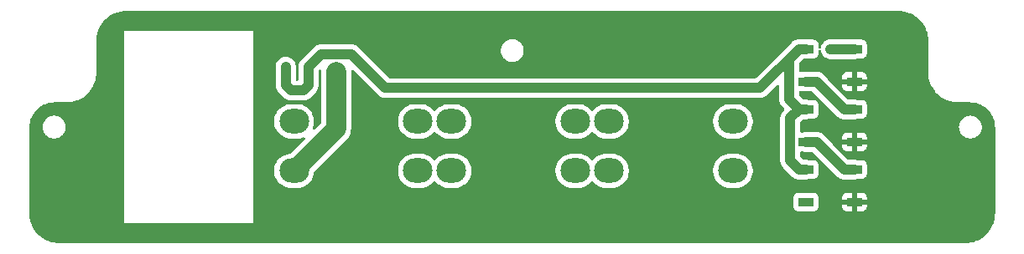
<source format=gbr>
%TF.GenerationSoftware,KiCad,Pcbnew,7.0.9*%
%TF.CreationDate,2023-12-11T16:57:09+09:00*%
%TF.ProjectId,IO_Board,494f5f42-6f61-4726-942e-6b696361645f,rev?*%
%TF.SameCoordinates,Original*%
%TF.FileFunction,Copper,L1,Top*%
%TF.FilePolarity,Positive*%
%FSLAX46Y46*%
G04 Gerber Fmt 4.6, Leading zero omitted, Abs format (unit mm)*
G04 Created by KiCad (PCBNEW 7.0.9) date 2023-12-11 16:57:09*
%MOMM*%
%LPD*%
G01*
G04 APERTURE LIST*
%TA.AperFunction,ComponentPad*%
%ADD10O,3.000000X2.500000*%
%TD*%
%TA.AperFunction,SMDPad,CuDef*%
%ADD11R,1.500000X0.900000*%
%TD*%
%TA.AperFunction,ViaPad*%
%ADD12C,0.800000*%
%TD*%
%TA.AperFunction,Conductor*%
%ADD13C,1.000000*%
%TD*%
%TA.AperFunction,Conductor*%
%ADD14C,2.000000*%
%TD*%
G04 APERTURE END LIST*
D10*
%TO.P,SW3,1,1*%
%TO.N,+3.3V*%
X162179000Y-91440000D03*
X174679000Y-91440000D03*
%TO.P,SW3,2,2*%
%TO.N,BTN_Right*%
X174679000Y-86440000D03*
X162179000Y-86440000D03*
%TD*%
%TO.P,SW2,1,1*%
%TO.N,+3.3V*%
X146277000Y-91440000D03*
X158777000Y-91440000D03*
%TO.P,SW2,2,2*%
%TO.N,BTN_Run*%
X158777000Y-86440000D03*
X146277000Y-86440000D03*
%TD*%
%TO.P,SW1,1,1*%
%TO.N,+3.3V*%
X130375000Y-91440000D03*
X142875000Y-91440000D03*
%TO.P,SW1,2,2*%
%TO.N,BTN_Left*%
X142875000Y-86440000D03*
X130375000Y-86440000D03*
%TD*%
D11*
%TO.P,D3,1,VDD*%
%TO.N,+5V*%
X182044000Y-91314000D03*
%TO.P,D3,2,DOUT*%
%TO.N,unconnected-(D3-DOUT-Pad2)*%
X182044000Y-94614000D03*
%TO.P,D3,3,VSS*%
%TO.N,GND*%
X186944000Y-94614000D03*
%TO.P,D3,4,DIN*%
%TO.N,Net-(D2-DOUT)*%
X186944000Y-91314000D03*
%TD*%
%TO.P,D2,1,VDD*%
%TO.N,+5V*%
X182044000Y-85218000D03*
%TO.P,D2,2,DOUT*%
%TO.N,Net-(D2-DOUT)*%
X182044000Y-88518000D03*
%TO.P,D2,3,VSS*%
%TO.N,GND*%
X186944000Y-88518000D03*
%TO.P,D2,4,DIN*%
%TO.N,Net-(D1-DOUT)*%
X186944000Y-85218000D03*
%TD*%
%TO.P,D1,1,VDD*%
%TO.N,+5V*%
X182044000Y-79106000D03*
%TO.P,D1,2,DOUT*%
%TO.N,Net-(D1-DOUT)*%
X182044000Y-82406000D03*
%TO.P,D1,3,VSS*%
%TO.N,GND*%
X186944000Y-82406000D03*
%TO.P,D1,4,DIN*%
%TO.N,IND_PWM*%
X186944000Y-79106000D03*
%TD*%
D12*
%TO.N,+3.3V*%
X134620000Y-81407000D03*
%TO.N,+5V*%
X129540000Y-80899000D03*
X129540000Y-81915000D03*
%TO.N,IND_PWM*%
X184531000Y-79121000D03*
%TD*%
D13*
%TO.N,+5V*%
X181371000Y-79106000D02*
X177419000Y-83058000D01*
X139573000Y-83058000D02*
X136144000Y-79629000D01*
X129540000Y-82804000D02*
X129540000Y-81915000D01*
X136144000Y-79629000D02*
X133096000Y-79629000D01*
X177419000Y-83058000D02*
X139573000Y-83058000D01*
X133096000Y-79629000D02*
X131826000Y-80899000D01*
X131826000Y-80899000D02*
X131826000Y-82804000D01*
X131826000Y-82804000D02*
X131318000Y-83312000D01*
X131318000Y-83312000D02*
X130048000Y-83312000D01*
X130048000Y-83312000D02*
X129540000Y-82804000D01*
D14*
%TO.N,+3.3V*%
X134620000Y-81407000D02*
X134620000Y-87195000D01*
X134620000Y-87195000D02*
X130375000Y-91440000D01*
D13*
%TO.N,+5V*%
X129540000Y-80899000D02*
X129540000Y-81915000D01*
%TO.N,Net-(D2-DOUT)*%
X182044000Y-88518000D02*
X183133000Y-88518000D01*
X185929000Y-91314000D02*
X186944000Y-91314000D01*
X183133000Y-88518000D02*
X185929000Y-91314000D01*
%TO.N,Net-(D1-DOUT)*%
X182044000Y-82406000D02*
X183117000Y-82406000D01*
X183117000Y-82406000D02*
X185929000Y-85218000D01*
X185929000Y-85218000D02*
X186944000Y-85218000D01*
%TO.N,+5V*%
X182044000Y-91314000D02*
X181357000Y-91314000D01*
X181357000Y-91314000D02*
X180467000Y-90424000D01*
X181355000Y-85218000D02*
X182044000Y-85218000D01*
X180467000Y-90424000D02*
X180467000Y-86106000D01*
X180467000Y-86106000D02*
X181355000Y-85218000D01*
X182044000Y-85218000D02*
X181357000Y-85218000D01*
X181357000Y-85218000D02*
X180340000Y-84201000D01*
X180340000Y-84201000D02*
X180340000Y-80137000D01*
X180340000Y-80137000D02*
X181371000Y-79106000D01*
X181371000Y-79106000D02*
X182044000Y-79106000D01*
%TO.N,IND_PWM*%
X184531000Y-79121000D02*
X186929000Y-79121000D01*
X186929000Y-79121000D02*
X186944000Y-79106000D01*
%TD*%
%TA.AperFunction,Conductor*%
%TO.N,GND*%
G36*
X191401620Y-75255584D02*
G01*
X191533629Y-75262503D01*
X191717028Y-75272803D01*
X191723213Y-75273465D01*
X191875648Y-75297608D01*
X192038195Y-75325226D01*
X192043817Y-75326454D01*
X192196707Y-75367421D01*
X192351725Y-75412081D01*
X192356758Y-75413768D01*
X192506211Y-75471138D01*
X192654002Y-75532355D01*
X192658406Y-75534386D01*
X192801935Y-75607518D01*
X192941467Y-75684634D01*
X192945226Y-75686889D01*
X193080886Y-75774988D01*
X193170323Y-75838446D01*
X193210747Y-75867129D01*
X193213885Y-75869510D01*
X193338798Y-75970661D01*
X193341045Y-75972573D01*
X193458700Y-76077717D01*
X193461220Y-76080099D01*
X193574904Y-76193785D01*
X193577294Y-76196313D01*
X193682406Y-76313934D01*
X193684359Y-76316230D01*
X193785489Y-76441114D01*
X193787872Y-76444255D01*
X193880011Y-76574112D01*
X193968105Y-76709765D01*
X193970372Y-76713544D01*
X194047474Y-76853050D01*
X194120611Y-76996590D01*
X194122650Y-77001012D01*
X194183861Y-77148788D01*
X194241225Y-77298228D01*
X194242920Y-77303284D01*
X194287566Y-77458248D01*
X194328544Y-77611183D01*
X194329781Y-77616848D01*
X194357380Y-77779282D01*
X194381532Y-77931769D01*
X194382198Y-77937996D01*
X194392495Y-78121350D01*
X194399416Y-78253402D01*
X194399501Y-78256648D01*
X194399501Y-81509499D01*
X194399501Y-81509999D01*
X194399501Y-81667249D01*
X194424823Y-81908172D01*
X194432376Y-81980030D01*
X194497761Y-82287646D01*
X194497762Y-82287648D01*
X194497763Y-82287651D01*
X194594948Y-82586758D01*
X194673906Y-82764101D01*
X194722866Y-82874067D01*
X194722869Y-82874073D01*
X194880113Y-83146427D01*
X194880116Y-83146432D01*
X195064968Y-83400860D01*
X195064975Y-83400869D01*
X195117370Y-83459059D01*
X195275415Y-83634585D01*
X195387178Y-83735217D01*
X195509130Y-83845024D01*
X195509139Y-83845031D01*
X195763567Y-84029883D01*
X195763572Y-84029886D01*
X196002101Y-84167601D01*
X196035933Y-84187134D01*
X196323242Y-84315052D01*
X196622349Y-84412237D01*
X196622352Y-84412237D01*
X196622353Y-84412238D01*
X196664738Y-84421247D01*
X196929975Y-84477625D01*
X197242751Y-84510499D01*
X197399902Y-84510499D01*
X198648123Y-84510499D01*
X198651867Y-84510612D01*
X198668189Y-84511599D01*
X198748917Y-84516482D01*
X198956399Y-84530081D01*
X198963502Y-84530962D01*
X199099227Y-84555835D01*
X199265664Y-84588941D01*
X199271961Y-84590543D01*
X199390940Y-84627619D01*
X199411157Y-84633919D01*
X199413499Y-84634714D01*
X199565039Y-84686154D01*
X199570539Y-84688320D01*
X199706505Y-84749513D01*
X199849853Y-84820205D01*
X199854488Y-84822743D01*
X199926386Y-84866207D01*
X199982387Y-84900061D01*
X199984758Y-84901569D01*
X200115590Y-84988989D01*
X200119382Y-84991735D01*
X200237552Y-85084315D01*
X200240196Y-85086507D01*
X200358075Y-85189884D01*
X200361037Y-85192658D01*
X200467339Y-85298960D01*
X200470113Y-85301922D01*
X200573486Y-85419796D01*
X200575678Y-85422439D01*
X200668263Y-85540615D01*
X200671009Y-85544407D01*
X200758438Y-85675254D01*
X200759946Y-85677625D01*
X200793393Y-85732952D01*
X200836913Y-85804943D01*
X200837250Y-85805499D01*
X200839790Y-85810139D01*
X200839804Y-85810166D01*
X200910502Y-85953530D01*
X200971667Y-86089432D01*
X200973841Y-86094951D01*
X201026092Y-86248877D01*
X201069443Y-86387996D01*
X201071060Y-86394350D01*
X201104179Y-86560854D01*
X201129032Y-86696477D01*
X201129916Y-86703603D01*
X201143530Y-86911301D01*
X201149387Y-87008116D01*
X201149500Y-87011861D01*
X201149500Y-95763375D01*
X201149415Y-95766621D01*
X201142515Y-95898268D01*
X201132196Y-96082020D01*
X201131530Y-96088247D01*
X201107400Y-96240588D01*
X201079778Y-96403163D01*
X201078541Y-96408827D01*
X201037581Y-96561693D01*
X200992915Y-96716727D01*
X200991220Y-96721783D01*
X200933884Y-96871152D01*
X200872638Y-97019010D01*
X200870599Y-97023432D01*
X200797508Y-97166883D01*
X200720351Y-97306488D01*
X200718084Y-97310266D01*
X200630039Y-97445843D01*
X200537851Y-97575769D01*
X200535468Y-97578910D01*
X200434394Y-97703725D01*
X200432441Y-97706021D01*
X200327258Y-97823722D01*
X200324868Y-97826249D01*
X200211256Y-97939863D01*
X200208728Y-97942253D01*
X200091005Y-98047456D01*
X200088709Y-98049410D01*
X199963921Y-98150461D01*
X199960780Y-98152843D01*
X199830844Y-98245038D01*
X199695267Y-98333083D01*
X199691489Y-98335350D01*
X199551884Y-98412507D01*
X199408433Y-98485598D01*
X199404011Y-98487637D01*
X199256140Y-98548888D01*
X199106790Y-98606217D01*
X199101734Y-98607912D01*
X198946645Y-98652594D01*
X198793838Y-98693538D01*
X198788174Y-98694775D01*
X198625543Y-98722408D01*
X198473248Y-98746529D01*
X198467021Y-98747195D01*
X198283116Y-98757523D01*
X198151641Y-98764414D01*
X198148395Y-98764499D01*
X106651624Y-98764499D01*
X106648378Y-98764414D01*
X106516617Y-98757508D01*
X106332985Y-98747195D01*
X106326758Y-98746529D01*
X106174369Y-98722393D01*
X106011835Y-98694777D01*
X106006171Y-98693540D01*
X105853297Y-98652578D01*
X105698274Y-98607915D01*
X105693218Y-98606220D01*
X105543821Y-98548873D01*
X105396002Y-98487644D01*
X105391580Y-98485605D01*
X105248073Y-98412485D01*
X105164486Y-98366288D01*
X105108524Y-98335359D01*
X105104767Y-98333105D01*
X105051875Y-98298757D01*
X104969127Y-98245018D01*
X104839243Y-98152861D01*
X104836102Y-98150479D01*
X104711260Y-98049384D01*
X104708964Y-98047430D01*
X104591277Y-97942259D01*
X104588750Y-97939869D01*
X104475128Y-97826247D01*
X104472738Y-97823720D01*
X104367567Y-97706033D01*
X104365613Y-97703737D01*
X104264510Y-97578885D01*
X104262136Y-97575754D01*
X104169980Y-97445871D01*
X104137406Y-97395714D01*
X104081882Y-97310214D01*
X104079641Y-97306479D01*
X104002517Y-97166933D01*
X103983223Y-97129067D01*
X103929384Y-97023400D01*
X103927355Y-97019000D01*
X103866144Y-96871222D01*
X103808767Y-96721751D01*
X103808478Y-96720889D01*
X113237416Y-96720889D01*
X113237459Y-96745001D01*
X113237500Y-96745099D01*
X113237616Y-96745382D01*
X113237618Y-96745384D01*
X113237808Y-96745462D01*
X113238000Y-96745541D01*
X113238002Y-96745539D01*
X113262616Y-96745524D01*
X113262616Y-96745528D01*
X113262760Y-96745500D01*
X126213240Y-96745500D01*
X126213383Y-96745528D01*
X126213384Y-96745524D01*
X126237997Y-96745539D01*
X126238000Y-96745541D01*
X126238383Y-96745383D01*
X126238500Y-96745099D01*
X126238541Y-96745000D01*
X126238540Y-96744997D01*
X126238583Y-96720889D01*
X126238500Y-96720467D01*
X126238500Y-95111870D01*
X180793500Y-95111870D01*
X180793501Y-95111876D01*
X180799908Y-95171483D01*
X180850202Y-95306328D01*
X180850206Y-95306335D01*
X180936452Y-95421544D01*
X180936455Y-95421547D01*
X181051664Y-95507793D01*
X181051671Y-95507797D01*
X181186517Y-95558091D01*
X181186516Y-95558091D01*
X181193444Y-95558835D01*
X181246127Y-95564500D01*
X182841872Y-95564499D01*
X182901483Y-95558091D01*
X183036331Y-95507796D01*
X183151546Y-95421546D01*
X183237796Y-95306331D01*
X183288091Y-95171483D01*
X183294500Y-95111873D01*
X183294500Y-94864000D01*
X185694000Y-94864000D01*
X185694000Y-95111844D01*
X185700401Y-95171372D01*
X185700403Y-95171379D01*
X185750645Y-95306086D01*
X185750649Y-95306093D01*
X185836809Y-95421187D01*
X185836812Y-95421190D01*
X185951906Y-95507350D01*
X185951913Y-95507354D01*
X186086620Y-95557596D01*
X186086627Y-95557598D01*
X186146155Y-95563999D01*
X186146172Y-95564000D01*
X186694000Y-95564000D01*
X186694000Y-94864000D01*
X187194000Y-94864000D01*
X187194000Y-95564000D01*
X187741828Y-95564000D01*
X187741844Y-95563999D01*
X187801372Y-95557598D01*
X187801379Y-95557596D01*
X187936086Y-95507354D01*
X187936093Y-95507350D01*
X188051187Y-95421190D01*
X188051190Y-95421187D01*
X188137350Y-95306093D01*
X188137354Y-95306086D01*
X188187596Y-95171379D01*
X188187598Y-95171372D01*
X188193999Y-95111844D01*
X188194000Y-95111827D01*
X188194000Y-94864000D01*
X187194000Y-94864000D01*
X186694000Y-94864000D01*
X185694000Y-94864000D01*
X183294500Y-94864000D01*
X183294499Y-94364000D01*
X185694000Y-94364000D01*
X186694000Y-94364000D01*
X186694000Y-93664000D01*
X187194000Y-93664000D01*
X187194000Y-94364000D01*
X188194000Y-94364000D01*
X188194000Y-94116172D01*
X188193999Y-94116155D01*
X188187598Y-94056627D01*
X188187596Y-94056620D01*
X188137354Y-93921913D01*
X188137350Y-93921906D01*
X188051190Y-93806812D01*
X188051187Y-93806809D01*
X187936093Y-93720649D01*
X187936086Y-93720645D01*
X187801379Y-93670403D01*
X187801372Y-93670401D01*
X187741844Y-93664000D01*
X187194000Y-93664000D01*
X186694000Y-93664000D01*
X186146155Y-93664000D01*
X186086627Y-93670401D01*
X186086620Y-93670403D01*
X185951913Y-93720645D01*
X185951906Y-93720649D01*
X185836812Y-93806809D01*
X185836809Y-93806812D01*
X185750649Y-93921906D01*
X185750645Y-93921913D01*
X185700403Y-94056620D01*
X185700401Y-94056627D01*
X185694000Y-94116155D01*
X185694000Y-94364000D01*
X183294499Y-94364000D01*
X183294499Y-94116128D01*
X183288091Y-94056517D01*
X183237884Y-93921906D01*
X183237797Y-93921671D01*
X183237793Y-93921664D01*
X183151547Y-93806455D01*
X183151544Y-93806452D01*
X183036335Y-93720206D01*
X183036328Y-93720202D01*
X182901482Y-93669908D01*
X182901483Y-93669908D01*
X182841883Y-93663501D01*
X182841881Y-93663500D01*
X182841873Y-93663500D01*
X182841864Y-93663500D01*
X181246129Y-93663500D01*
X181246123Y-93663501D01*
X181186516Y-93669908D01*
X181051671Y-93720202D01*
X181051664Y-93720206D01*
X180936455Y-93806452D01*
X180936452Y-93806455D01*
X180850206Y-93921664D01*
X180850202Y-93921671D01*
X180799908Y-94056517D01*
X180793501Y-94116116D01*
X180793501Y-94116123D01*
X180793500Y-94116135D01*
X180793500Y-95111870D01*
X126238500Y-95111870D01*
X126238500Y-91571187D01*
X128374500Y-91571187D01*
X128394794Y-91705823D01*
X128413604Y-91830615D01*
X128413605Y-91830617D01*
X128413606Y-91830623D01*
X128490938Y-92081326D01*
X128604767Y-92317696D01*
X128604768Y-92317697D01*
X128604770Y-92317700D01*
X128604772Y-92317704D01*
X128674000Y-92419242D01*
X128752567Y-92534479D01*
X128931014Y-92726801D01*
X128931018Y-92726804D01*
X128931019Y-92726805D01*
X129136143Y-92890386D01*
X129363357Y-93021568D01*
X129607584Y-93117420D01*
X129863370Y-93175802D01*
X129863376Y-93175802D01*
X129863379Y-93175803D01*
X130059500Y-93190500D01*
X130059506Y-93190500D01*
X130690500Y-93190500D01*
X130886620Y-93175803D01*
X130886622Y-93175802D01*
X130886630Y-93175802D01*
X131142416Y-93117420D01*
X131386643Y-93021568D01*
X131613857Y-92890386D01*
X131818981Y-92726805D01*
X131997433Y-92534479D01*
X132145228Y-92317704D01*
X132150483Y-92306793D01*
X132192516Y-92219510D01*
X132259063Y-92081323D01*
X132336396Y-91830615D01*
X132371132Y-91600157D01*
X132384602Y-91571187D01*
X140874500Y-91571187D01*
X140894794Y-91705823D01*
X140913604Y-91830615D01*
X140913605Y-91830617D01*
X140913606Y-91830623D01*
X140990938Y-92081326D01*
X141104767Y-92317696D01*
X141104768Y-92317697D01*
X141104770Y-92317700D01*
X141104772Y-92317704D01*
X141174000Y-92419242D01*
X141252567Y-92534479D01*
X141431014Y-92726801D01*
X141431018Y-92726804D01*
X141431019Y-92726805D01*
X141636143Y-92890386D01*
X141863357Y-93021568D01*
X142107584Y-93117420D01*
X142363370Y-93175802D01*
X142363376Y-93175802D01*
X142363379Y-93175803D01*
X142559500Y-93190500D01*
X142559506Y-93190500D01*
X143190500Y-93190500D01*
X143386620Y-93175803D01*
X143386622Y-93175802D01*
X143386630Y-93175802D01*
X143642416Y-93117420D01*
X143886643Y-93021568D01*
X144113857Y-92890386D01*
X144318981Y-92726805D01*
X144485102Y-92547768D01*
X144545129Y-92512014D01*
X144614958Y-92514389D01*
X144666897Y-92547767D01*
X144726079Y-92611551D01*
X144833014Y-92726801D01*
X144833018Y-92726804D01*
X144833019Y-92726805D01*
X145038143Y-92890386D01*
X145265357Y-93021568D01*
X145509584Y-93117420D01*
X145765370Y-93175802D01*
X145765376Y-93175802D01*
X145765379Y-93175803D01*
X145961500Y-93190500D01*
X145961506Y-93190500D01*
X146592500Y-93190500D01*
X146788620Y-93175803D01*
X146788622Y-93175802D01*
X146788630Y-93175802D01*
X147044416Y-93117420D01*
X147288643Y-93021568D01*
X147515857Y-92890386D01*
X147720981Y-92726805D01*
X147899433Y-92534479D01*
X148047228Y-92317704D01*
X148052483Y-92306793D01*
X148094516Y-92219510D01*
X148161063Y-92081323D01*
X148238396Y-91830615D01*
X148277499Y-91571187D01*
X156776500Y-91571187D01*
X156796794Y-91705823D01*
X156815604Y-91830615D01*
X156815605Y-91830617D01*
X156815606Y-91830623D01*
X156892938Y-92081326D01*
X157006767Y-92317696D01*
X157006768Y-92317697D01*
X157006770Y-92317700D01*
X157006772Y-92317704D01*
X157076000Y-92419242D01*
X157154567Y-92534479D01*
X157333014Y-92726801D01*
X157333018Y-92726804D01*
X157333019Y-92726805D01*
X157538143Y-92890386D01*
X157765357Y-93021568D01*
X158009584Y-93117420D01*
X158265370Y-93175802D01*
X158265376Y-93175802D01*
X158265379Y-93175803D01*
X158461500Y-93190500D01*
X158461506Y-93190500D01*
X159092500Y-93190500D01*
X159288620Y-93175803D01*
X159288622Y-93175802D01*
X159288630Y-93175802D01*
X159544416Y-93117420D01*
X159788643Y-93021568D01*
X160015857Y-92890386D01*
X160220981Y-92726805D01*
X160387102Y-92547768D01*
X160447129Y-92512014D01*
X160516958Y-92514389D01*
X160568897Y-92547767D01*
X160628079Y-92611551D01*
X160735014Y-92726801D01*
X160735018Y-92726804D01*
X160735019Y-92726805D01*
X160940143Y-92890386D01*
X161167357Y-93021568D01*
X161411584Y-93117420D01*
X161667370Y-93175802D01*
X161667376Y-93175802D01*
X161667379Y-93175803D01*
X161863500Y-93190500D01*
X161863506Y-93190500D01*
X162494500Y-93190500D01*
X162690620Y-93175803D01*
X162690622Y-93175802D01*
X162690630Y-93175802D01*
X162946416Y-93117420D01*
X163190643Y-93021568D01*
X163417857Y-92890386D01*
X163622981Y-92726805D01*
X163801433Y-92534479D01*
X163949228Y-92317704D01*
X163954483Y-92306793D01*
X163996516Y-92219510D01*
X164063063Y-92081323D01*
X164140396Y-91830615D01*
X164179499Y-91571187D01*
X172678500Y-91571187D01*
X172698794Y-91705823D01*
X172717604Y-91830615D01*
X172717605Y-91830617D01*
X172717606Y-91830623D01*
X172794938Y-92081326D01*
X172908767Y-92317696D01*
X172908768Y-92317697D01*
X172908770Y-92317700D01*
X172908772Y-92317704D01*
X172978000Y-92419242D01*
X173056567Y-92534479D01*
X173235014Y-92726801D01*
X173235018Y-92726804D01*
X173235019Y-92726805D01*
X173440143Y-92890386D01*
X173667357Y-93021568D01*
X173911584Y-93117420D01*
X174167370Y-93175802D01*
X174167376Y-93175802D01*
X174167379Y-93175803D01*
X174363500Y-93190500D01*
X174363506Y-93190500D01*
X174994500Y-93190500D01*
X175190620Y-93175803D01*
X175190622Y-93175802D01*
X175190630Y-93175802D01*
X175446416Y-93117420D01*
X175690643Y-93021568D01*
X175917857Y-92890386D01*
X176122981Y-92726805D01*
X176301433Y-92534479D01*
X176449228Y-92317704D01*
X176454483Y-92306793D01*
X176496516Y-92219510D01*
X176563063Y-92081323D01*
X176640396Y-91830615D01*
X176679500Y-91571182D01*
X176679500Y-91308818D01*
X176640396Y-91049385D01*
X176563063Y-90798677D01*
X176515857Y-90700652D01*
X176449232Y-90562303D01*
X176449231Y-90562302D01*
X176449230Y-90562301D01*
X176449228Y-90562296D01*
X176301433Y-90345521D01*
X176238023Y-90277181D01*
X176122985Y-90153198D01*
X176083533Y-90121736D01*
X175917857Y-89989614D01*
X175690643Y-89858432D01*
X175446416Y-89762580D01*
X175446411Y-89762578D01*
X175446402Y-89762576D01*
X175228818Y-89712914D01*
X175190630Y-89704198D01*
X175190629Y-89704197D01*
X175190625Y-89704197D01*
X175190620Y-89704196D01*
X174994500Y-89689500D01*
X174994494Y-89689500D01*
X174363506Y-89689500D01*
X174363500Y-89689500D01*
X174167379Y-89704196D01*
X174167374Y-89704197D01*
X173911597Y-89762576D01*
X173911578Y-89762582D01*
X173667356Y-89858432D01*
X173440143Y-89989614D01*
X173235014Y-90153198D01*
X173056567Y-90345520D01*
X172908768Y-90562302D01*
X172908767Y-90562303D01*
X172794938Y-90798673D01*
X172717606Y-91049376D01*
X172717605Y-91049381D01*
X172717604Y-91049385D01*
X172716077Y-91059518D01*
X172678500Y-91308812D01*
X172678500Y-91571187D01*
X164179499Y-91571187D01*
X164179500Y-91571182D01*
X164179500Y-91308818D01*
X164140396Y-91049385D01*
X164063063Y-90798677D01*
X164015857Y-90700652D01*
X163949232Y-90562303D01*
X163949231Y-90562302D01*
X163949230Y-90562301D01*
X163949228Y-90562296D01*
X163801433Y-90345521D01*
X163738023Y-90277181D01*
X163622985Y-90153198D01*
X163583533Y-90121736D01*
X163417857Y-89989614D01*
X163190643Y-89858432D01*
X162946416Y-89762580D01*
X162946411Y-89762578D01*
X162946402Y-89762576D01*
X162728818Y-89712914D01*
X162690630Y-89704198D01*
X162690629Y-89704197D01*
X162690625Y-89704197D01*
X162690620Y-89704196D01*
X162494500Y-89689500D01*
X162494494Y-89689500D01*
X161863506Y-89689500D01*
X161863500Y-89689500D01*
X161667379Y-89704196D01*
X161667374Y-89704197D01*
X161411597Y-89762576D01*
X161411578Y-89762582D01*
X161167356Y-89858432D01*
X160940143Y-89989614D01*
X160735014Y-90153198D01*
X160568899Y-90332230D01*
X160508870Y-90367985D01*
X160439041Y-90365610D01*
X160387101Y-90332230D01*
X160220985Y-90153198D01*
X160181533Y-90121736D01*
X160015857Y-89989614D01*
X159788643Y-89858432D01*
X159544416Y-89762580D01*
X159544411Y-89762578D01*
X159544402Y-89762576D01*
X159326818Y-89712914D01*
X159288630Y-89704198D01*
X159288629Y-89704197D01*
X159288625Y-89704197D01*
X159288620Y-89704196D01*
X159092500Y-89689500D01*
X159092494Y-89689500D01*
X158461506Y-89689500D01*
X158461500Y-89689500D01*
X158265379Y-89704196D01*
X158265374Y-89704197D01*
X158009597Y-89762576D01*
X158009578Y-89762582D01*
X157765356Y-89858432D01*
X157538143Y-89989614D01*
X157333014Y-90153198D01*
X157154567Y-90345520D01*
X157006768Y-90562302D01*
X157006767Y-90562303D01*
X156892938Y-90798673D01*
X156815606Y-91049376D01*
X156815605Y-91049381D01*
X156815604Y-91049385D01*
X156814077Y-91059518D01*
X156776500Y-91308812D01*
X156776500Y-91571187D01*
X148277499Y-91571187D01*
X148277500Y-91571182D01*
X148277500Y-91308818D01*
X148238396Y-91049385D01*
X148161063Y-90798677D01*
X148113857Y-90700652D01*
X148047232Y-90562303D01*
X148047231Y-90562302D01*
X148047230Y-90562301D01*
X148047228Y-90562296D01*
X147899433Y-90345521D01*
X147836023Y-90277181D01*
X147720985Y-90153198D01*
X147681533Y-90121736D01*
X147515857Y-89989614D01*
X147288643Y-89858432D01*
X147044416Y-89762580D01*
X147044411Y-89762578D01*
X147044402Y-89762576D01*
X146826818Y-89712914D01*
X146788630Y-89704198D01*
X146788629Y-89704197D01*
X146788625Y-89704197D01*
X146788620Y-89704196D01*
X146592500Y-89689500D01*
X146592494Y-89689500D01*
X145961506Y-89689500D01*
X145961500Y-89689500D01*
X145765379Y-89704196D01*
X145765374Y-89704197D01*
X145509597Y-89762576D01*
X145509578Y-89762582D01*
X145265356Y-89858432D01*
X145038143Y-89989614D01*
X144833014Y-90153198D01*
X144666899Y-90332230D01*
X144606870Y-90367985D01*
X144537041Y-90365610D01*
X144485101Y-90332230D01*
X144318985Y-90153198D01*
X144279533Y-90121736D01*
X144113857Y-89989614D01*
X143886643Y-89858432D01*
X143642416Y-89762580D01*
X143642411Y-89762578D01*
X143642402Y-89762576D01*
X143424818Y-89712914D01*
X143386630Y-89704198D01*
X143386629Y-89704197D01*
X143386625Y-89704197D01*
X143386620Y-89704196D01*
X143190500Y-89689500D01*
X143190494Y-89689500D01*
X142559506Y-89689500D01*
X142559500Y-89689500D01*
X142363379Y-89704196D01*
X142363374Y-89704197D01*
X142107597Y-89762576D01*
X142107578Y-89762582D01*
X141863356Y-89858432D01*
X141636143Y-89989614D01*
X141431014Y-90153198D01*
X141252567Y-90345520D01*
X141104768Y-90562302D01*
X141104767Y-90562303D01*
X140990938Y-90798673D01*
X140913606Y-91049376D01*
X140913605Y-91049381D01*
X140913604Y-91049385D01*
X140912077Y-91059518D01*
X140874500Y-91308812D01*
X140874500Y-91571187D01*
X132384602Y-91571187D01*
X132400589Y-91536803D01*
X132406051Y-91530975D01*
X135612426Y-88324599D01*
X135618163Y-88319534D01*
X135639744Y-88302738D01*
X135702960Y-88234066D01*
X135724902Y-88212125D01*
X135724900Y-88212128D01*
X135731938Y-88203816D01*
X135744957Y-88188445D01*
X135808164Y-88119785D01*
X135823117Y-88096894D01*
X135827697Y-88090754D01*
X135845366Y-88069894D01*
X135893136Y-87989724D01*
X135944173Y-87911607D01*
X135955154Y-87886571D01*
X135958657Y-87879764D01*
X135972656Y-87856273D01*
X136006580Y-87769332D01*
X136044063Y-87683881D01*
X136050771Y-87657385D01*
X136053110Y-87650083D01*
X136063050Y-87624614D01*
X136082202Y-87533274D01*
X136105108Y-87442821D01*
X136107364Y-87415593D01*
X136108473Y-87407982D01*
X136109327Y-87403904D01*
X136114081Y-87381237D01*
X136117937Y-87287990D01*
X136120500Y-87257067D01*
X136120500Y-87226035D01*
X136124357Y-87132779D01*
X136120975Y-87105651D01*
X136120500Y-87097981D01*
X136120500Y-86571187D01*
X140874500Y-86571187D01*
X140893104Y-86694608D01*
X140913604Y-86830615D01*
X140913605Y-86830617D01*
X140913606Y-86830623D01*
X140990938Y-87081326D01*
X141104767Y-87317696D01*
X141104768Y-87317697D01*
X141104770Y-87317700D01*
X141104772Y-87317704D01*
X141251508Y-87532926D01*
X141252567Y-87534479D01*
X141431014Y-87726801D01*
X141431018Y-87726804D01*
X141431019Y-87726805D01*
X141636143Y-87890386D01*
X141863357Y-88021568D01*
X142107584Y-88117420D01*
X142363370Y-88175802D01*
X142363376Y-88175802D01*
X142363379Y-88175803D01*
X142559500Y-88190500D01*
X142559506Y-88190500D01*
X143190500Y-88190500D01*
X143386620Y-88175803D01*
X143386622Y-88175802D01*
X143386630Y-88175802D01*
X143642416Y-88117420D01*
X143886643Y-88021568D01*
X144113857Y-87890386D01*
X144318981Y-87726805D01*
X144327016Y-87718146D01*
X144390183Y-87650067D01*
X144485102Y-87547768D01*
X144545129Y-87512014D01*
X144614958Y-87514389D01*
X144666897Y-87547767D01*
X144691611Y-87574403D01*
X144833014Y-87726801D01*
X144833018Y-87726804D01*
X144833019Y-87726805D01*
X145038143Y-87890386D01*
X145265357Y-88021568D01*
X145509584Y-88117420D01*
X145765370Y-88175802D01*
X145765376Y-88175802D01*
X145765379Y-88175803D01*
X145961500Y-88190500D01*
X145961506Y-88190500D01*
X146592500Y-88190500D01*
X146788620Y-88175803D01*
X146788622Y-88175802D01*
X146788630Y-88175802D01*
X147044416Y-88117420D01*
X147288643Y-88021568D01*
X147515857Y-87890386D01*
X147720981Y-87726805D01*
X147729016Y-87718146D01*
X147792183Y-87650067D01*
X147899433Y-87534479D01*
X148047228Y-87317704D01*
X148052249Y-87307279D01*
X148120023Y-87166543D01*
X148161063Y-87081323D01*
X148238396Y-86830615D01*
X148277499Y-86571187D01*
X156776500Y-86571187D01*
X156795104Y-86694608D01*
X156815604Y-86830615D01*
X156815605Y-86830617D01*
X156815606Y-86830623D01*
X156892938Y-87081326D01*
X157006767Y-87317696D01*
X157006768Y-87317697D01*
X157006770Y-87317700D01*
X157006772Y-87317704D01*
X157153508Y-87532926D01*
X157154567Y-87534479D01*
X157333014Y-87726801D01*
X157333018Y-87726804D01*
X157333019Y-87726805D01*
X157538143Y-87890386D01*
X157765357Y-88021568D01*
X158009584Y-88117420D01*
X158265370Y-88175802D01*
X158265376Y-88175802D01*
X158265379Y-88175803D01*
X158461500Y-88190500D01*
X158461506Y-88190500D01*
X159092500Y-88190500D01*
X159288620Y-88175803D01*
X159288622Y-88175802D01*
X159288630Y-88175802D01*
X159544416Y-88117420D01*
X159788643Y-88021568D01*
X160015857Y-87890386D01*
X160220981Y-87726805D01*
X160229016Y-87718146D01*
X160292183Y-87650067D01*
X160387102Y-87547768D01*
X160447129Y-87512014D01*
X160516958Y-87514389D01*
X160568897Y-87547767D01*
X160593611Y-87574403D01*
X160735014Y-87726801D01*
X160735018Y-87726804D01*
X160735019Y-87726805D01*
X160940143Y-87890386D01*
X161167357Y-88021568D01*
X161411584Y-88117420D01*
X161667370Y-88175802D01*
X161667376Y-88175802D01*
X161667379Y-88175803D01*
X161863500Y-88190500D01*
X161863506Y-88190500D01*
X162494500Y-88190500D01*
X162690620Y-88175803D01*
X162690622Y-88175802D01*
X162690630Y-88175802D01*
X162946416Y-88117420D01*
X163190643Y-88021568D01*
X163417857Y-87890386D01*
X163622981Y-87726805D01*
X163631016Y-87718146D01*
X163694183Y-87650067D01*
X163801433Y-87534479D01*
X163949228Y-87317704D01*
X163954249Y-87307279D01*
X164022023Y-87166543D01*
X164063063Y-87081323D01*
X164140396Y-86830615D01*
X164179499Y-86571187D01*
X172678500Y-86571187D01*
X172697104Y-86694608D01*
X172717604Y-86830615D01*
X172717605Y-86830617D01*
X172717606Y-86830623D01*
X172794938Y-87081326D01*
X172908767Y-87317696D01*
X172908768Y-87317697D01*
X172908770Y-87317700D01*
X172908772Y-87317704D01*
X173055508Y-87532926D01*
X173056567Y-87534479D01*
X173235014Y-87726801D01*
X173235018Y-87726804D01*
X173235019Y-87726805D01*
X173440143Y-87890386D01*
X173667357Y-88021568D01*
X173911584Y-88117420D01*
X174167370Y-88175802D01*
X174167376Y-88175802D01*
X174167379Y-88175803D01*
X174363500Y-88190500D01*
X174363506Y-88190500D01*
X174994500Y-88190500D01*
X175190620Y-88175803D01*
X175190622Y-88175802D01*
X175190630Y-88175802D01*
X175446416Y-88117420D01*
X175690643Y-88021568D01*
X175917857Y-87890386D01*
X176122981Y-87726805D01*
X176131016Y-87718146D01*
X176194183Y-87650067D01*
X176301433Y-87534479D01*
X176449228Y-87317704D01*
X176454249Y-87307279D01*
X176522023Y-87166543D01*
X176563063Y-87081323D01*
X176640396Y-86830615D01*
X176679500Y-86571182D01*
X176679500Y-86308818D01*
X176640396Y-86049385D01*
X176563063Y-85798677D01*
X176523187Y-85715873D01*
X176449232Y-85562303D01*
X176449231Y-85562302D01*
X176449230Y-85562301D01*
X176449228Y-85562296D01*
X176301433Y-85345521D01*
X176258231Y-85298960D01*
X176122985Y-85153198D01*
X176039357Y-85086507D01*
X175917857Y-84989614D01*
X175690643Y-84858432D01*
X175446416Y-84762580D01*
X175446411Y-84762578D01*
X175446402Y-84762576D01*
X175228818Y-84712914D01*
X175190630Y-84704198D01*
X175190629Y-84704197D01*
X175190625Y-84704197D01*
X175190620Y-84704196D01*
X174994500Y-84689500D01*
X174994494Y-84689500D01*
X174363506Y-84689500D01*
X174363500Y-84689500D01*
X174167379Y-84704196D01*
X174167374Y-84704197D01*
X173911597Y-84762576D01*
X173911578Y-84762582D01*
X173667356Y-84858432D01*
X173440143Y-84989614D01*
X173235014Y-85153198D01*
X173056567Y-85345520D01*
X172908768Y-85562302D01*
X172908767Y-85562303D01*
X172794938Y-85798673D01*
X172717606Y-86049376D01*
X172717605Y-86049381D01*
X172717604Y-86049385D01*
X172708197Y-86111796D01*
X172678500Y-86308812D01*
X172678500Y-86571187D01*
X164179499Y-86571187D01*
X164179500Y-86571182D01*
X164179500Y-86308818D01*
X164140396Y-86049385D01*
X164063063Y-85798677D01*
X164023187Y-85715873D01*
X163949232Y-85562303D01*
X163949231Y-85562302D01*
X163949230Y-85562301D01*
X163949228Y-85562296D01*
X163801433Y-85345521D01*
X163758231Y-85298960D01*
X163622985Y-85153198D01*
X163539357Y-85086507D01*
X163417857Y-84989614D01*
X163190643Y-84858432D01*
X162946416Y-84762580D01*
X162946411Y-84762578D01*
X162946402Y-84762576D01*
X162728818Y-84712914D01*
X162690630Y-84704198D01*
X162690629Y-84704197D01*
X162690625Y-84704197D01*
X162690620Y-84704196D01*
X162494500Y-84689500D01*
X162494494Y-84689500D01*
X161863506Y-84689500D01*
X161863500Y-84689500D01*
X161667379Y-84704196D01*
X161667374Y-84704197D01*
X161411597Y-84762576D01*
X161411578Y-84762582D01*
X161167356Y-84858432D01*
X160940143Y-84989614D01*
X160735014Y-85153198D01*
X160568899Y-85332230D01*
X160508870Y-85367985D01*
X160439041Y-85365610D01*
X160387101Y-85332230D01*
X160220985Y-85153198D01*
X160137357Y-85086507D01*
X160015857Y-84989614D01*
X159788643Y-84858432D01*
X159544416Y-84762580D01*
X159544411Y-84762578D01*
X159544402Y-84762576D01*
X159326818Y-84712914D01*
X159288630Y-84704198D01*
X159288629Y-84704197D01*
X159288625Y-84704197D01*
X159288620Y-84704196D01*
X159092500Y-84689500D01*
X159092494Y-84689500D01*
X158461506Y-84689500D01*
X158461500Y-84689500D01*
X158265379Y-84704196D01*
X158265374Y-84704197D01*
X158009597Y-84762576D01*
X158009578Y-84762582D01*
X157765356Y-84858432D01*
X157538143Y-84989614D01*
X157333014Y-85153198D01*
X157154567Y-85345520D01*
X157006768Y-85562302D01*
X157006767Y-85562303D01*
X156892938Y-85798673D01*
X156815606Y-86049376D01*
X156815605Y-86049381D01*
X156815604Y-86049385D01*
X156806197Y-86111796D01*
X156776500Y-86308812D01*
X156776500Y-86571187D01*
X148277499Y-86571187D01*
X148277500Y-86571182D01*
X148277500Y-86308818D01*
X148238396Y-86049385D01*
X148161063Y-85798677D01*
X148121187Y-85715873D01*
X148047232Y-85562303D01*
X148047231Y-85562302D01*
X148047230Y-85562301D01*
X148047228Y-85562296D01*
X147899433Y-85345521D01*
X147856231Y-85298960D01*
X147720985Y-85153198D01*
X147637357Y-85086507D01*
X147515857Y-84989614D01*
X147288643Y-84858432D01*
X147044416Y-84762580D01*
X147044411Y-84762578D01*
X147044402Y-84762576D01*
X146826818Y-84712914D01*
X146788630Y-84704198D01*
X146788629Y-84704197D01*
X146788625Y-84704197D01*
X146788620Y-84704196D01*
X146592500Y-84689500D01*
X146592494Y-84689500D01*
X145961506Y-84689500D01*
X145961500Y-84689500D01*
X145765379Y-84704196D01*
X145765374Y-84704197D01*
X145509597Y-84762576D01*
X145509578Y-84762582D01*
X145265356Y-84858432D01*
X145038143Y-84989614D01*
X144833014Y-85153198D01*
X144666899Y-85332230D01*
X144606870Y-85367985D01*
X144537041Y-85365610D01*
X144485101Y-85332230D01*
X144318985Y-85153198D01*
X144235357Y-85086507D01*
X144113857Y-84989614D01*
X143886643Y-84858432D01*
X143642416Y-84762580D01*
X143642411Y-84762578D01*
X143642402Y-84762576D01*
X143424818Y-84712914D01*
X143386630Y-84704198D01*
X143386629Y-84704197D01*
X143386625Y-84704197D01*
X143386620Y-84704196D01*
X143190500Y-84689500D01*
X143190494Y-84689500D01*
X142559506Y-84689500D01*
X142559500Y-84689500D01*
X142363379Y-84704196D01*
X142363374Y-84704197D01*
X142107597Y-84762576D01*
X142107578Y-84762582D01*
X141863356Y-84858432D01*
X141636143Y-84989614D01*
X141431014Y-85153198D01*
X141252567Y-85345520D01*
X141104768Y-85562302D01*
X141104767Y-85562303D01*
X140990938Y-85798673D01*
X140913606Y-86049376D01*
X140913605Y-86049381D01*
X140913604Y-86049385D01*
X140904197Y-86111796D01*
X140874500Y-86308812D01*
X140874500Y-86571187D01*
X136120500Y-86571187D01*
X136120500Y-81344938D01*
X136120500Y-81344933D01*
X136119114Y-81328216D01*
X136133192Y-81259783D01*
X136182035Y-81209822D01*
X136250135Y-81194198D01*
X136315872Y-81217872D01*
X136330371Y-81230293D01*
X137652499Y-82552420D01*
X138856566Y-83756487D01*
X138917941Y-83821053D01*
X138917944Y-83821055D01*
X138917947Y-83821058D01*
X138941429Y-83837401D01*
X138968295Y-83856100D01*
X138972050Y-83858932D01*
X139019593Y-83897698D01*
X139050045Y-83913604D01*
X139056756Y-83917671D01*
X139084951Y-83937295D01*
X139141332Y-83961490D01*
X139145567Y-83963501D01*
X139199951Y-83991909D01*
X139232973Y-84001356D01*
X139240365Y-84003989D01*
X139271940Y-84017539D01*
X139271941Y-84017540D01*
X139285054Y-84020234D01*
X139332055Y-84029892D01*
X139336595Y-84031006D01*
X139395582Y-84047886D01*
X139429841Y-84050494D01*
X139437609Y-84051585D01*
X139471255Y-84058500D01*
X139471259Y-84058500D01*
X139532601Y-84058500D01*
X139537308Y-84058678D01*
X139564597Y-84060757D01*
X139598475Y-84063337D01*
X139598475Y-84063336D01*
X139598476Y-84063337D01*
X139632559Y-84058996D01*
X139640389Y-84058500D01*
X177406284Y-84058500D01*
X177495358Y-84060757D01*
X177495358Y-84060756D01*
X177495363Y-84060757D01*
X177555753Y-84049932D01*
X177560412Y-84049280D01*
X177604248Y-84044822D01*
X177621438Y-84043074D01*
X177654227Y-84032786D01*
X177661840Y-84030918D01*
X177695653Y-84024858D01*
X177752621Y-84002101D01*
X177757053Y-84000524D01*
X177815588Y-83982159D01*
X177845627Y-83965484D01*
X177852708Y-83962122D01*
X177884617Y-83949377D01*
X177935854Y-83915608D01*
X177939851Y-83913187D01*
X177993502Y-83883409D01*
X178019568Y-83861030D01*
X178025843Y-83856300D01*
X178026156Y-83856094D01*
X178054519Y-83837402D01*
X178097892Y-83794027D01*
X178101350Y-83790823D01*
X178135420Y-83761575D01*
X178147895Y-83750866D01*
X178168928Y-83723691D01*
X178174098Y-83717821D01*
X179127819Y-82764101D01*
X179189142Y-82730616D01*
X179258834Y-82735600D01*
X179314767Y-82777472D01*
X179339184Y-82842936D01*
X179339500Y-82851782D01*
X179339500Y-84188283D01*
X179337243Y-84277362D01*
X179337243Y-84277370D01*
X179348064Y-84337739D01*
X179348718Y-84342404D01*
X179354925Y-84403430D01*
X179354927Y-84403444D01*
X179365208Y-84436213D01*
X179367079Y-84443837D01*
X179373142Y-84477652D01*
X179373142Y-84477655D01*
X179385863Y-84509500D01*
X179394436Y-84530964D01*
X179395894Y-84534612D01*
X179397474Y-84539051D01*
X179415841Y-84597588D01*
X179415844Y-84597595D01*
X179432509Y-84627619D01*
X179435879Y-84634714D01*
X179448622Y-84666614D01*
X179448627Y-84666624D01*
X179482377Y-84717833D01*
X179484818Y-84721863D01*
X179514588Y-84775498D01*
X179514589Y-84775499D01*
X179514591Y-84775502D01*
X179536968Y-84801567D01*
X179541693Y-84807835D01*
X179560597Y-84836518D01*
X179603965Y-84879886D01*
X179607168Y-84883342D01*
X179647135Y-84929896D01*
X179674299Y-84950923D01*
X179680186Y-84956107D01*
X179808394Y-85084315D01*
X179853397Y-85129318D01*
X179886882Y-85190641D01*
X179881898Y-85260333D01*
X179853398Y-85304680D01*
X179768533Y-85389546D01*
X179703945Y-85450943D01*
X179668899Y-85501294D01*
X179666062Y-85505056D01*
X179627302Y-85552592D01*
X179627299Y-85552597D01*
X179611392Y-85583047D01*
X179607324Y-85589761D01*
X179587702Y-85617954D01*
X179563509Y-85674330D01*
X179561488Y-85678584D01*
X179533091Y-85732951D01*
X179533090Y-85732952D01*
X179523640Y-85765975D01*
X179521007Y-85773371D01*
X179507459Y-85804943D01*
X179495113Y-85865019D01*
X179493990Y-85869595D01*
X179477113Y-85928577D01*
X179477113Y-85928579D01*
X179474503Y-85962841D01*
X179473414Y-85970608D01*
X179467980Y-85997052D01*
X179466500Y-86004258D01*
X179466500Y-86065597D01*
X179466321Y-86070306D01*
X179461662Y-86131474D01*
X179463201Y-86143553D01*
X179466003Y-86165560D01*
X179466500Y-86173388D01*
X179466500Y-90411283D01*
X179464243Y-90500362D01*
X179464243Y-90500370D01*
X179475064Y-90560739D01*
X179475718Y-90565404D01*
X179481925Y-90626430D01*
X179481927Y-90626444D01*
X179492208Y-90659213D01*
X179494079Y-90666837D01*
X179500142Y-90700652D01*
X179500142Y-90700655D01*
X179515710Y-90739629D01*
X179522456Y-90756517D01*
X179522894Y-90757612D01*
X179524474Y-90762051D01*
X179542841Y-90820588D01*
X179542844Y-90820595D01*
X179559509Y-90850619D01*
X179562879Y-90857714D01*
X179575622Y-90889614D01*
X179575627Y-90889624D01*
X179609377Y-90940833D01*
X179611818Y-90944863D01*
X179641588Y-90998498D01*
X179641589Y-90998499D01*
X179641591Y-90998502D01*
X179663968Y-91024567D01*
X179668693Y-91030835D01*
X179687597Y-91059518D01*
X179730965Y-91102886D01*
X179734168Y-91106342D01*
X179774135Y-91152896D01*
X179801299Y-91173923D01*
X179807186Y-91179107D01*
X180640548Y-92012468D01*
X180701941Y-92077053D01*
X180701944Y-92077055D01*
X180701947Y-92077058D01*
X180736053Y-92100795D01*
X180752303Y-92112106D01*
X180756044Y-92114926D01*
X180803593Y-92153698D01*
X180834045Y-92169604D01*
X180840758Y-92173672D01*
X180868951Y-92193295D01*
X180925329Y-92217489D01*
X180929578Y-92219507D01*
X180983951Y-92247909D01*
X181011489Y-92255788D01*
X181016974Y-92257358D01*
X181024365Y-92259989D01*
X181055942Y-92273540D01*
X181055945Y-92273540D01*
X181055946Y-92273541D01*
X181116022Y-92285887D01*
X181120600Y-92287010D01*
X181134501Y-92290987D01*
X181179582Y-92303887D01*
X181213839Y-92306495D01*
X181221614Y-92307586D01*
X181255255Y-92314500D01*
X181255259Y-92314500D01*
X181316598Y-92314500D01*
X181321304Y-92314678D01*
X181356062Y-92317325D01*
X181382475Y-92319337D01*
X181382475Y-92319336D01*
X181382476Y-92319337D01*
X181416559Y-92314996D01*
X181424389Y-92314500D01*
X182094743Y-92314500D01*
X182199108Y-92303887D01*
X182246438Y-92299074D01*
X182338509Y-92270185D01*
X182375631Y-92264499D01*
X182841871Y-92264499D01*
X182841872Y-92264499D01*
X182901483Y-92258091D01*
X183036331Y-92207796D01*
X183151546Y-92121546D01*
X183237796Y-92006331D01*
X183288091Y-91871483D01*
X183294500Y-91811873D01*
X183294499Y-90816128D01*
X183288091Y-90756517D01*
X183237796Y-90621669D01*
X183237795Y-90621668D01*
X183237793Y-90621664D01*
X183151547Y-90506455D01*
X183151544Y-90506452D01*
X183036335Y-90420206D01*
X183036328Y-90420202D01*
X182901482Y-90369908D01*
X182901483Y-90369908D01*
X182841883Y-90363501D01*
X182841881Y-90363500D01*
X182841873Y-90363500D01*
X182841865Y-90363500D01*
X182391607Y-90363500D01*
X182351407Y-90355239D01*
X182351061Y-90356343D01*
X182345063Y-90354461D01*
X182145741Y-90313500D01*
X181822783Y-90313500D01*
X181755744Y-90293815D01*
X181735102Y-90277181D01*
X181503819Y-90045898D01*
X181470334Y-89984575D01*
X181467500Y-89958217D01*
X181467500Y-89592499D01*
X181487185Y-89525460D01*
X181539989Y-89479705D01*
X181591500Y-89468499D01*
X181696391Y-89468499D01*
X181736596Y-89476760D01*
X181736943Y-89475658D01*
X181742938Y-89477538D01*
X181742942Y-89477540D01*
X181942259Y-89518500D01*
X182667217Y-89518500D01*
X182734256Y-89538185D01*
X182754898Y-89554819D01*
X185212547Y-92012467D01*
X185273941Y-92077053D01*
X185273944Y-92077055D01*
X185273947Y-92077058D01*
X185308053Y-92100795D01*
X185324303Y-92112106D01*
X185328044Y-92114926D01*
X185375593Y-92153698D01*
X185406045Y-92169604D01*
X185412756Y-92173671D01*
X185440951Y-92193295D01*
X185497330Y-92217489D01*
X185501567Y-92219501D01*
X185555951Y-92247909D01*
X185588973Y-92257356D01*
X185596365Y-92259989D01*
X185627940Y-92273539D01*
X185627941Y-92273540D01*
X185641054Y-92276234D01*
X185688055Y-92285892D01*
X185692595Y-92287006D01*
X185751582Y-92303886D01*
X185785841Y-92306494D01*
X185793609Y-92307585D01*
X185827255Y-92314500D01*
X185827259Y-92314500D01*
X185888601Y-92314500D01*
X185893308Y-92314678D01*
X185929651Y-92317446D01*
X185954475Y-92319337D01*
X185954475Y-92319336D01*
X185954476Y-92319337D01*
X185988559Y-92314996D01*
X185996389Y-92314500D01*
X186994743Y-92314500D01*
X187099108Y-92303887D01*
X187146438Y-92299074D01*
X187238509Y-92270185D01*
X187275631Y-92264499D01*
X187741871Y-92264499D01*
X187741872Y-92264499D01*
X187801483Y-92258091D01*
X187936331Y-92207796D01*
X188051546Y-92121546D01*
X188137796Y-92006331D01*
X188188091Y-91871483D01*
X188194500Y-91811873D01*
X188194499Y-90816128D01*
X188188091Y-90756517D01*
X188137796Y-90621669D01*
X188137795Y-90621668D01*
X188137793Y-90621664D01*
X188051547Y-90506455D01*
X188051544Y-90506452D01*
X187936335Y-90420206D01*
X187936328Y-90420202D01*
X187801482Y-90369908D01*
X187801483Y-90369908D01*
X187741883Y-90363501D01*
X187741881Y-90363500D01*
X187741873Y-90363500D01*
X187741865Y-90363500D01*
X187291607Y-90363500D01*
X187251407Y-90355239D01*
X187251061Y-90356343D01*
X187245063Y-90354461D01*
X187045741Y-90313500D01*
X186394783Y-90313500D01*
X186327744Y-90293815D01*
X186307102Y-90277181D01*
X184797920Y-88768000D01*
X185694000Y-88768000D01*
X185694000Y-89015844D01*
X185700401Y-89075372D01*
X185700403Y-89075379D01*
X185750645Y-89210086D01*
X185750649Y-89210093D01*
X185836809Y-89325187D01*
X185836812Y-89325190D01*
X185951906Y-89411350D01*
X185951913Y-89411354D01*
X186086620Y-89461596D01*
X186086627Y-89461598D01*
X186146155Y-89467999D01*
X186146172Y-89468000D01*
X186694000Y-89468000D01*
X186694000Y-88768000D01*
X187194000Y-88768000D01*
X187194000Y-89468000D01*
X187741828Y-89468000D01*
X187741844Y-89467999D01*
X187801372Y-89461598D01*
X187801379Y-89461596D01*
X187936086Y-89411354D01*
X187936093Y-89411350D01*
X188051187Y-89325190D01*
X188051190Y-89325187D01*
X188137350Y-89210093D01*
X188137354Y-89210086D01*
X188187596Y-89075379D01*
X188187598Y-89075372D01*
X188193999Y-89015844D01*
X188194000Y-89015827D01*
X188194000Y-88768000D01*
X187194000Y-88768000D01*
X186694000Y-88768000D01*
X185694000Y-88768000D01*
X184797920Y-88768000D01*
X184297920Y-88268000D01*
X185694000Y-88268000D01*
X186694000Y-88268000D01*
X186694000Y-87568000D01*
X187194000Y-87568000D01*
X187194000Y-88268000D01*
X188194000Y-88268000D01*
X188194000Y-88020172D01*
X188193999Y-88020155D01*
X188187598Y-87960627D01*
X188187596Y-87960620D01*
X188137354Y-87825913D01*
X188137350Y-87825906D01*
X188051190Y-87710812D01*
X188051187Y-87710809D01*
X187936093Y-87624649D01*
X187936086Y-87624645D01*
X187801379Y-87574403D01*
X187801372Y-87574401D01*
X187741844Y-87568000D01*
X187194000Y-87568000D01*
X186694000Y-87568000D01*
X186146155Y-87568000D01*
X186086627Y-87574401D01*
X186086620Y-87574403D01*
X185951913Y-87624645D01*
X185951906Y-87624649D01*
X185836812Y-87710809D01*
X185836809Y-87710812D01*
X185750649Y-87825906D01*
X185750645Y-87825913D01*
X185700403Y-87960620D01*
X185700401Y-87960627D01*
X185694000Y-88020155D01*
X185694000Y-88268000D01*
X184297920Y-88268000D01*
X183849452Y-87819532D01*
X183788061Y-87754949D01*
X183788060Y-87754948D01*
X183788059Y-87754947D01*
X183760204Y-87735559D01*
X183737709Y-87719902D01*
X183733946Y-87717064D01*
X183686413Y-87678305D01*
X183686406Y-87678300D01*
X183655959Y-87662397D01*
X183649251Y-87658334D01*
X183621049Y-87638705D01*
X183621046Y-87638703D01*
X183621045Y-87638703D01*
X183621041Y-87638701D01*
X183564680Y-87614514D01*
X183560424Y-87612493D01*
X183506057Y-87584094D01*
X183506050Y-87584091D01*
X183506049Y-87584091D01*
X183500008Y-87582362D01*
X183473030Y-87574642D01*
X183465630Y-87572008D01*
X183434057Y-87558459D01*
X183434058Y-87558459D01*
X183373966Y-87546109D01*
X183369391Y-87544986D01*
X183310420Y-87528113D01*
X183310425Y-87528113D01*
X183276158Y-87525503D01*
X183268380Y-87524412D01*
X183234742Y-87517500D01*
X183234741Y-87517500D01*
X183173402Y-87517500D01*
X183168695Y-87517321D01*
X183163121Y-87516896D01*
X183107524Y-87512662D01*
X183087589Y-87515201D01*
X183073440Y-87517003D01*
X183065611Y-87517500D01*
X181993257Y-87517500D01*
X181841564Y-87532925D01*
X181749487Y-87561814D01*
X181712367Y-87567500D01*
X181591500Y-87567500D01*
X181524461Y-87547815D01*
X181478706Y-87495011D01*
X181467500Y-87443500D01*
X181467500Y-87010000D01*
X197494571Y-87010000D01*
X197502188Y-87092204D01*
X197502453Y-87097928D01*
X197502453Y-87116336D01*
X197505835Y-87134432D01*
X197506626Y-87140103D01*
X197514244Y-87222309D01*
X197514244Y-87222311D01*
X197536834Y-87301705D01*
X197538145Y-87307279D01*
X197541529Y-87325377D01*
X197541533Y-87325394D01*
X197548183Y-87342558D01*
X197550003Y-87347989D01*
X197572596Y-87427391D01*
X197590142Y-87462628D01*
X197609392Y-87501287D01*
X197611705Y-87506526D01*
X197618357Y-87523696D01*
X197628047Y-87539347D01*
X197630835Y-87544351D01*
X197667631Y-87618248D01*
X197667635Y-87618256D01*
X197717385Y-87684135D01*
X197720619Y-87688856D01*
X197730314Y-87704513D01*
X197730315Y-87704514D01*
X197730316Y-87704515D01*
X197742721Y-87718124D01*
X197746380Y-87722530D01*
X197796128Y-87788407D01*
X197857135Y-87844022D01*
X197861181Y-87848068D01*
X197866100Y-87853464D01*
X197873591Y-87861682D01*
X197882475Y-87868389D01*
X197888280Y-87872773D01*
X197892688Y-87876433D01*
X197903823Y-87886584D01*
X197953698Y-87932051D01*
X198023898Y-87975517D01*
X198028619Y-87978752D01*
X198043307Y-87989844D01*
X198059780Y-87998046D01*
X198064787Y-88000835D01*
X198126408Y-88038989D01*
X198134981Y-88044297D01*
X198211972Y-88074123D01*
X198217193Y-88076428D01*
X198233682Y-88084639D01*
X198233686Y-88084640D01*
X198251389Y-88089678D01*
X198256821Y-88091497D01*
X198333802Y-88121320D01*
X198414955Y-88136490D01*
X198420521Y-88137799D01*
X198438235Y-88142840D01*
X198456593Y-88144541D01*
X198462218Y-88145325D01*
X198536140Y-88159143D01*
X198543389Y-88160499D01*
X198625938Y-88160499D01*
X198631662Y-88160764D01*
X198649999Y-88162463D01*
X198650000Y-88162463D01*
X198650001Y-88162463D01*
X198668338Y-88160764D01*
X198674062Y-88160499D01*
X198756610Y-88160499D01*
X198837778Y-88145325D01*
X198843409Y-88144540D01*
X198861765Y-88142840D01*
X198879494Y-88137795D01*
X198885044Y-88136490D01*
X198966198Y-88121320D01*
X199043211Y-88091485D01*
X199048581Y-88089685D01*
X199066318Y-88084639D01*
X199082828Y-88076417D01*
X199088000Y-88074133D01*
X199165019Y-88044297D01*
X199235235Y-88000820D01*
X199240199Y-87998056D01*
X199256694Y-87989843D01*
X199271404Y-87978734D01*
X199276096Y-87975520D01*
X199346302Y-87932051D01*
X199407328Y-87876417D01*
X199411682Y-87872801D01*
X199426410Y-87861680D01*
X199438838Y-87848046D01*
X199442835Y-87844048D01*
X199503872Y-87788406D01*
X199553633Y-87722511D01*
X199557257Y-87718146D01*
X199569686Y-87704513D01*
X199579398Y-87688826D01*
X199582589Y-87684168D01*
X199632366Y-87618254D01*
X199669168Y-87544344D01*
X199671952Y-87539347D01*
X199681643Y-87523696D01*
X199688299Y-87506514D01*
X199690598Y-87501305D01*
X199727405Y-87427388D01*
X199750003Y-87347962D01*
X199751802Y-87342593D01*
X199758469Y-87325386D01*
X199761855Y-87307270D01*
X199763160Y-87301721D01*
X199785756Y-87222309D01*
X199793375Y-87140083D01*
X199794160Y-87134449D01*
X199797547Y-87116335D01*
X199798151Y-87090112D01*
X199798396Y-87085892D01*
X199805429Y-87009999D01*
X199798396Y-86934108D01*
X199798151Y-86929881D01*
X199797547Y-86903663D01*
X199794161Y-86885551D01*
X199793375Y-86879914D01*
X199785756Y-86797689D01*
X199763160Y-86718276D01*
X199761854Y-86712720D01*
X199758469Y-86694612D01*
X199758467Y-86694608D01*
X199758468Y-86694608D01*
X199751815Y-86677436D01*
X199749996Y-86672008D01*
X199727405Y-86592610D01*
X199690598Y-86518692D01*
X199688301Y-86513489D01*
X199681643Y-86496302D01*
X199671950Y-86480647D01*
X199669163Y-86475643D01*
X199637388Y-86411830D01*
X199632366Y-86401744D01*
X199626782Y-86394350D01*
X199582617Y-86335866D01*
X199579379Y-86331139D01*
X199569686Y-86315485D01*
X199557284Y-86301881D01*
X199553629Y-86297481D01*
X199503872Y-86231592D01*
X199492620Y-86221334D01*
X199442864Y-86175974D01*
X199438818Y-86171929D01*
X199426410Y-86158318D01*
X199426409Y-86158317D01*
X199426407Y-86158315D01*
X199411713Y-86147219D01*
X199407306Y-86143559D01*
X199346305Y-86087949D01*
X199346297Y-86087944D01*
X199314014Y-86067955D01*
X199276107Y-86044484D01*
X199271385Y-86041248D01*
X199256696Y-86030156D01*
X199256690Y-86030152D01*
X199240211Y-86021946D01*
X199235209Y-86019160D01*
X199202959Y-85999192D01*
X199165019Y-85975701D01*
X199165014Y-85975699D01*
X199165016Y-85975699D01*
X199088032Y-85945876D01*
X199082796Y-85943564D01*
X199066318Y-85935359D01*
X199066314Y-85935357D01*
X199048613Y-85930321D01*
X199043180Y-85928500D01*
X198966200Y-85898678D01*
X198966191Y-85898676D01*
X198885063Y-85883510D01*
X198879490Y-85882200D01*
X198861767Y-85877158D01*
X198843428Y-85875458D01*
X198837755Y-85874667D01*
X198773488Y-85862654D01*
X198756610Y-85859499D01*
X198674052Y-85859499D01*
X198668328Y-85859234D01*
X198650001Y-85857536D01*
X198649999Y-85857536D01*
X198631672Y-85859234D01*
X198625948Y-85859499D01*
X198543389Y-85859499D01*
X198462243Y-85874667D01*
X198456570Y-85875458D01*
X198438234Y-85877158D01*
X198438232Y-85877158D01*
X198420512Y-85882198D01*
X198414942Y-85883508D01*
X198333805Y-85898677D01*
X198333792Y-85898681D01*
X198256820Y-85928499D01*
X198251394Y-85930318D01*
X198233680Y-85935359D01*
X198233678Y-85935360D01*
X198217197Y-85943566D01*
X198211961Y-85945878D01*
X198134978Y-85975702D01*
X198064793Y-86019158D01*
X198059793Y-86021943D01*
X198043307Y-86030153D01*
X198043296Y-86030160D01*
X198028611Y-86041250D01*
X198023889Y-86044484D01*
X197953697Y-86087947D01*
X197953694Y-86087949D01*
X197892699Y-86143553D01*
X197888296Y-86147209D01*
X197873593Y-86158314D01*
X197873589Y-86158318D01*
X197861178Y-86171931D01*
X197857131Y-86175978D01*
X197796131Y-86231589D01*
X197796122Y-86231599D01*
X197746377Y-86297469D01*
X197742722Y-86301872D01*
X197730319Y-86315478D01*
X197730310Y-86315490D01*
X197720616Y-86331145D01*
X197717381Y-86335866D01*
X197667635Y-86401742D01*
X197630831Y-86475650D01*
X197628047Y-86480649D01*
X197618359Y-86496298D01*
X197618354Y-86496307D01*
X197611707Y-86513466D01*
X197609393Y-86518706D01*
X197572597Y-86592604D01*
X197550002Y-86672008D01*
X197548184Y-86677435D01*
X197541533Y-86694606D01*
X197541530Y-86694615D01*
X197538145Y-86712720D01*
X197536834Y-86718295D01*
X197514244Y-86797688D01*
X197506625Y-86879894D01*
X197505834Y-86885562D01*
X197502453Y-86903655D01*
X197502453Y-86922068D01*
X197502188Y-86927791D01*
X197494571Y-87009997D01*
X197494571Y-87010000D01*
X181467500Y-87010000D01*
X181467500Y-86571783D01*
X181487185Y-86504744D01*
X181503819Y-86484102D01*
X181733102Y-86254819D01*
X181794425Y-86221334D01*
X181820783Y-86218500D01*
X182094743Y-86218500D01*
X182199108Y-86207887D01*
X182246438Y-86203074D01*
X182338509Y-86174185D01*
X182375631Y-86168499D01*
X182841871Y-86168499D01*
X182841872Y-86168499D01*
X182901483Y-86162091D01*
X183036331Y-86111796D01*
X183151546Y-86025546D01*
X183237796Y-85910331D01*
X183288091Y-85775483D01*
X183294500Y-85715873D01*
X183294499Y-84720128D01*
X183289299Y-84671757D01*
X183288091Y-84660516D01*
X183237797Y-84525671D01*
X183237793Y-84525664D01*
X183151547Y-84410455D01*
X183151544Y-84410452D01*
X183036335Y-84324206D01*
X183036328Y-84324202D01*
X182901482Y-84273908D01*
X182901483Y-84273908D01*
X182841883Y-84267501D01*
X182841881Y-84267500D01*
X182841873Y-84267500D01*
X182841865Y-84267500D01*
X182391607Y-84267500D01*
X182351407Y-84259239D01*
X182351061Y-84260343D01*
X182345063Y-84258461D01*
X182145741Y-84217500D01*
X181822783Y-84217500D01*
X181755744Y-84197815D01*
X181735102Y-84181181D01*
X181376819Y-83822898D01*
X181343334Y-83761575D01*
X181340500Y-83735217D01*
X181340500Y-83480499D01*
X181360185Y-83413460D01*
X181412989Y-83367705D01*
X181464500Y-83356499D01*
X181696391Y-83356499D01*
X181736596Y-83364760D01*
X181736943Y-83363658D01*
X181742938Y-83365538D01*
X181742942Y-83365540D01*
X181942259Y-83406500D01*
X182651217Y-83406500D01*
X182718256Y-83426185D01*
X182738898Y-83442819D01*
X185212566Y-85916487D01*
X185273938Y-85981050D01*
X185273941Y-85981053D01*
X185324281Y-86016092D01*
X185328043Y-86018928D01*
X185375587Y-86057694D01*
X185375590Y-86057695D01*
X185375593Y-86057698D01*
X185406045Y-86073604D01*
X185412756Y-86077671D01*
X185437583Y-86094951D01*
X185440951Y-86097295D01*
X185497329Y-86121489D01*
X185501578Y-86123507D01*
X185555951Y-86151909D01*
X185578350Y-86158318D01*
X185588974Y-86161358D01*
X185596368Y-86163990D01*
X185627942Y-86177540D01*
X185627945Y-86177540D01*
X185627946Y-86177541D01*
X185688022Y-86189887D01*
X185692600Y-86191010D01*
X185706501Y-86194987D01*
X185751582Y-86207887D01*
X185785839Y-86210495D01*
X185793614Y-86211586D01*
X185827255Y-86218500D01*
X185827259Y-86218500D01*
X185888599Y-86218500D01*
X185893305Y-86218678D01*
X185928063Y-86221325D01*
X185954476Y-86223337D01*
X185954476Y-86223336D01*
X185954477Y-86223337D01*
X185988560Y-86218996D01*
X185996390Y-86218500D01*
X186994743Y-86218500D01*
X187099108Y-86207887D01*
X187146438Y-86203074D01*
X187238509Y-86174185D01*
X187275631Y-86168499D01*
X187741871Y-86168499D01*
X187741872Y-86168499D01*
X187801483Y-86162091D01*
X187936331Y-86111796D01*
X188051546Y-86025546D01*
X188137796Y-85910331D01*
X188188091Y-85775483D01*
X188194500Y-85715873D01*
X188194499Y-84720128D01*
X188189299Y-84671757D01*
X188188091Y-84660516D01*
X188137797Y-84525671D01*
X188137793Y-84525664D01*
X188051547Y-84410455D01*
X188051544Y-84410452D01*
X187936335Y-84324206D01*
X187936328Y-84324202D01*
X187801482Y-84273908D01*
X187801483Y-84273908D01*
X187741883Y-84267501D01*
X187741881Y-84267500D01*
X187741873Y-84267500D01*
X187741865Y-84267500D01*
X187291607Y-84267500D01*
X187251407Y-84259239D01*
X187251061Y-84260343D01*
X187245063Y-84258461D01*
X187045741Y-84217500D01*
X186394782Y-84217500D01*
X186327743Y-84197815D01*
X186307101Y-84181181D01*
X184781920Y-82656000D01*
X185694000Y-82656000D01*
X185694000Y-82903844D01*
X185700401Y-82963372D01*
X185700403Y-82963379D01*
X185750645Y-83098086D01*
X185750649Y-83098093D01*
X185836809Y-83213187D01*
X185836812Y-83213190D01*
X185951906Y-83299350D01*
X185951913Y-83299354D01*
X186086620Y-83349596D01*
X186086627Y-83349598D01*
X186146155Y-83355999D01*
X186146172Y-83356000D01*
X186694000Y-83356000D01*
X186694000Y-82656000D01*
X187194000Y-82656000D01*
X187194000Y-83356000D01*
X187741828Y-83356000D01*
X187741844Y-83355999D01*
X187801372Y-83349598D01*
X187801379Y-83349596D01*
X187936086Y-83299354D01*
X187936093Y-83299350D01*
X188051187Y-83213190D01*
X188051190Y-83213187D01*
X188137350Y-83098093D01*
X188137354Y-83098086D01*
X188187596Y-82963379D01*
X188187598Y-82963372D01*
X188193999Y-82903844D01*
X188194000Y-82903827D01*
X188194000Y-82656000D01*
X187194000Y-82656000D01*
X186694000Y-82656000D01*
X185694000Y-82656000D01*
X184781920Y-82656000D01*
X184281920Y-82156000D01*
X185694000Y-82156000D01*
X186694000Y-82156000D01*
X186694000Y-81456000D01*
X187194000Y-81456000D01*
X187194000Y-82156000D01*
X188194000Y-82156000D01*
X188194000Y-81908172D01*
X188193999Y-81908155D01*
X188187598Y-81848627D01*
X188187596Y-81848620D01*
X188137354Y-81713913D01*
X188137350Y-81713906D01*
X188051190Y-81598812D01*
X188051187Y-81598809D01*
X187936093Y-81512649D01*
X187936086Y-81512645D01*
X187801379Y-81462403D01*
X187801372Y-81462401D01*
X187741844Y-81456000D01*
X187194000Y-81456000D01*
X186694000Y-81456000D01*
X186146155Y-81456000D01*
X186086627Y-81462401D01*
X186086620Y-81462403D01*
X185951913Y-81512645D01*
X185951906Y-81512649D01*
X185836812Y-81598809D01*
X185836809Y-81598812D01*
X185750649Y-81713906D01*
X185750645Y-81713913D01*
X185700403Y-81848620D01*
X185700401Y-81848627D01*
X185694000Y-81908155D01*
X185694000Y-82156000D01*
X184281920Y-82156000D01*
X183833452Y-81707532D01*
X183772061Y-81642949D01*
X183772060Y-81642948D01*
X183772059Y-81642947D01*
X183744204Y-81623559D01*
X183721709Y-81607902D01*
X183717946Y-81605064D01*
X183670413Y-81566305D01*
X183670406Y-81566300D01*
X183639959Y-81550397D01*
X183633251Y-81546334D01*
X183605049Y-81526705D01*
X183605046Y-81526703D01*
X183605045Y-81526703D01*
X183605041Y-81526701D01*
X183548680Y-81502514D01*
X183544424Y-81500493D01*
X183490057Y-81472094D01*
X183490050Y-81472091D01*
X183490049Y-81472091D01*
X183484008Y-81470362D01*
X183457030Y-81462642D01*
X183449630Y-81460008D01*
X183418057Y-81446459D01*
X183418058Y-81446459D01*
X183357966Y-81434109D01*
X183353391Y-81432986D01*
X183294420Y-81416113D01*
X183294425Y-81416113D01*
X183260158Y-81413503D01*
X183252380Y-81412412D01*
X183218742Y-81405500D01*
X183218741Y-81405500D01*
X183157402Y-81405500D01*
X183152695Y-81405321D01*
X183147121Y-81404896D01*
X183091524Y-81400662D01*
X183071589Y-81403201D01*
X183057440Y-81405003D01*
X183049611Y-81405500D01*
X181993257Y-81405500D01*
X181841564Y-81420925D01*
X181749487Y-81449814D01*
X181712367Y-81455500D01*
X181464500Y-81455500D01*
X181397461Y-81435815D01*
X181351706Y-81383011D01*
X181340500Y-81331500D01*
X181340500Y-80602782D01*
X181360185Y-80535743D01*
X181376819Y-80515101D01*
X181749101Y-80142819D01*
X181810424Y-80109334D01*
X181836782Y-80106500D01*
X182094743Y-80106500D01*
X182170590Y-80098787D01*
X182246438Y-80091074D01*
X182338509Y-80062185D01*
X182375631Y-80056499D01*
X182841871Y-80056499D01*
X182841872Y-80056499D01*
X182901483Y-80050091D01*
X183036331Y-79999796D01*
X183151546Y-79913546D01*
X183237796Y-79798331D01*
X183288091Y-79663483D01*
X183294500Y-79603873D01*
X183294499Y-79284959D01*
X183314183Y-79217923D01*
X183366987Y-79172168D01*
X183436146Y-79162224D01*
X183499701Y-79191249D01*
X183537476Y-79250027D01*
X183541069Y-79266185D01*
X183557442Y-79373063D01*
X183557445Y-79373075D01*
X183628111Y-79563881D01*
X183628113Y-79563884D01*
X183628114Y-79563887D01*
X183642869Y-79587559D01*
X183735745Y-79736567D01*
X183735747Y-79736569D01*
X183735748Y-79736571D01*
X183875941Y-79884053D01*
X183989547Y-79963125D01*
X184042949Y-80000294D01*
X184042950Y-80000294D01*
X184042951Y-80000295D01*
X184229942Y-80080540D01*
X184429259Y-80121500D01*
X186916284Y-80121500D01*
X187005358Y-80123757D01*
X187005358Y-80123756D01*
X187005363Y-80123757D01*
X187065753Y-80112932D01*
X187070412Y-80112280D01*
X187112607Y-80107988D01*
X187131438Y-80106074D01*
X187164227Y-80095786D01*
X187171840Y-80093918D01*
X187205653Y-80087858D01*
X187262664Y-80065084D01*
X187267046Y-80063526D01*
X187271372Y-80062168D01*
X187308438Y-80056499D01*
X187741871Y-80056499D01*
X187741872Y-80056499D01*
X187801483Y-80050091D01*
X187936331Y-79999796D01*
X188051546Y-79913546D01*
X188137796Y-79798331D01*
X188188091Y-79663483D01*
X188194500Y-79603873D01*
X188194499Y-78608128D01*
X188188091Y-78548517D01*
X188187481Y-78546882D01*
X188137797Y-78413671D01*
X188137793Y-78413664D01*
X188051547Y-78298455D01*
X188051544Y-78298452D01*
X187936335Y-78212206D01*
X187936328Y-78212202D01*
X187801482Y-78161908D01*
X187801483Y-78161908D01*
X187741883Y-78155501D01*
X187741881Y-78155500D01*
X187741873Y-78155500D01*
X187741865Y-78155500D01*
X187288229Y-78155500D01*
X187260199Y-78152290D01*
X187071054Y-78108397D01*
X186867639Y-78103244D01*
X186867634Y-78103244D01*
X186782210Y-78118555D01*
X186760335Y-78120500D01*
X184480257Y-78120500D01*
X184328560Y-78135925D01*
X184134420Y-78196837D01*
X184134405Y-78196844D01*
X183956500Y-78295589D01*
X183956495Y-78295592D01*
X183802106Y-78428132D01*
X183802104Y-78428134D01*
X183677554Y-78589037D01*
X183677553Y-78589040D01*
X183587938Y-78771732D01*
X183538540Y-78962519D01*
X183502680Y-79022485D01*
X183440093Y-79053543D01*
X183370650Y-79045834D01*
X183316399Y-79001805D01*
X183294563Y-78935435D01*
X183294499Y-78931438D01*
X183294499Y-78608129D01*
X183294498Y-78608123D01*
X183292446Y-78589037D01*
X183288091Y-78548517D01*
X183287481Y-78546882D01*
X183237797Y-78413671D01*
X183237793Y-78413664D01*
X183151547Y-78298455D01*
X183151544Y-78298452D01*
X183036335Y-78212206D01*
X183036328Y-78212202D01*
X182901482Y-78161908D01*
X182901483Y-78161908D01*
X182841883Y-78155501D01*
X182841881Y-78155500D01*
X182841873Y-78155500D01*
X182841865Y-78155500D01*
X182391607Y-78155500D01*
X182351407Y-78147239D01*
X182351061Y-78148343D01*
X182345063Y-78146461D01*
X182145741Y-78105500D01*
X181383717Y-78105500D01*
X181294637Y-78103243D01*
X181294628Y-78103243D01*
X181241636Y-78112741D01*
X181234254Y-78114064D01*
X181229595Y-78114718D01*
X181168564Y-78120925D01*
X181168562Y-78120926D01*
X181135780Y-78131210D01*
X181128156Y-78133081D01*
X181120308Y-78134488D01*
X181094349Y-78139141D01*
X181037381Y-78161895D01*
X181032945Y-78163474D01*
X180974414Y-78181840D01*
X180974410Y-78181842D01*
X180944378Y-78198510D01*
X180937284Y-78201879D01*
X180905382Y-78214623D01*
X180905377Y-78214625D01*
X180854156Y-78248381D01*
X180850128Y-78250822D01*
X180796501Y-78280588D01*
X180770434Y-78302965D01*
X180764165Y-78307692D01*
X180735484Y-78326595D01*
X180735478Y-78326600D01*
X180692109Y-78369968D01*
X180688655Y-78373169D01*
X180642102Y-78413136D01*
X180621076Y-78440298D01*
X180615885Y-78446192D01*
X179641517Y-79420561D01*
X179576949Y-79481938D01*
X179576941Y-79481948D01*
X179575930Y-79483401D01*
X179561843Y-79500235D01*
X177040899Y-82021181D01*
X176979576Y-82054666D01*
X176953218Y-82057500D01*
X140038783Y-82057500D01*
X139971744Y-82037815D01*
X139951102Y-82021181D01*
X137184921Y-79255001D01*
X151244571Y-79255001D01*
X151252188Y-79337205D01*
X151252453Y-79342929D01*
X151252453Y-79361337D01*
X151255835Y-79379433D01*
X151256626Y-79385104D01*
X151264244Y-79467310D01*
X151264244Y-79467312D01*
X151286834Y-79546706D01*
X151288145Y-79552280D01*
X151291529Y-79570378D01*
X151291533Y-79570395D01*
X151298183Y-79587559D01*
X151300003Y-79592990D01*
X151318453Y-79657832D01*
X151322595Y-79672389D01*
X151359392Y-79746288D01*
X151361705Y-79751527D01*
X151368357Y-79768697D01*
X151378047Y-79784348D01*
X151380835Y-79789352D01*
X151417631Y-79863249D01*
X151417635Y-79863257D01*
X151467385Y-79929136D01*
X151470619Y-79933857D01*
X151480314Y-79949514D01*
X151480315Y-79949515D01*
X151480316Y-79949516D01*
X151492721Y-79963125D01*
X151496380Y-79967531D01*
X151546128Y-80033408D01*
X151607135Y-80089023D01*
X151611181Y-80093069D01*
X151613662Y-80095790D01*
X151623591Y-80106683D01*
X151631004Y-80112280D01*
X151638280Y-80117774D01*
X151642688Y-80121434D01*
X151666146Y-80142819D01*
X151703698Y-80177052D01*
X151773898Y-80220518D01*
X151778619Y-80223753D01*
X151793307Y-80234845D01*
X151809780Y-80243047D01*
X151814787Y-80245836D01*
X151814789Y-80245837D01*
X151884981Y-80289298D01*
X151961972Y-80319124D01*
X151967193Y-80321429D01*
X151983682Y-80329640D01*
X151983686Y-80329641D01*
X152001389Y-80334679D01*
X152006821Y-80336498D01*
X152083802Y-80366321D01*
X152164955Y-80381491D01*
X152170521Y-80382800D01*
X152188235Y-80387841D01*
X152206593Y-80389542D01*
X152212218Y-80390326D01*
X152286140Y-80404144D01*
X152293389Y-80405500D01*
X152375938Y-80405500D01*
X152381662Y-80405765D01*
X152399999Y-80407464D01*
X152400000Y-80407464D01*
X152400001Y-80407464D01*
X152418338Y-80405765D01*
X152424062Y-80405500D01*
X152506610Y-80405500D01*
X152587778Y-80390326D01*
X152593409Y-80389541D01*
X152611765Y-80387841D01*
X152629494Y-80382796D01*
X152635044Y-80381491D01*
X152716198Y-80366321D01*
X152793211Y-80336486D01*
X152798581Y-80334686D01*
X152816318Y-80329640D01*
X152832828Y-80321418D01*
X152838000Y-80319134D01*
X152915019Y-80289298D01*
X152985235Y-80245821D01*
X152990199Y-80243057D01*
X153006694Y-80234844D01*
X153021404Y-80223735D01*
X153026096Y-80220521D01*
X153096302Y-80177052D01*
X153157328Y-80121418D01*
X153161682Y-80117802D01*
X153176410Y-80106681D01*
X153188838Y-80093047D01*
X153192835Y-80089049D01*
X153253872Y-80033407D01*
X153303633Y-79967512D01*
X153307257Y-79963147D01*
X153319686Y-79949514D01*
X153329398Y-79933827D01*
X153332589Y-79929169D01*
X153382366Y-79863255D01*
X153419168Y-79789345D01*
X153421952Y-79784348D01*
X153431643Y-79768697D01*
X153438299Y-79751515D01*
X153440598Y-79746306D01*
X153477405Y-79672389D01*
X153500003Y-79592963D01*
X153501802Y-79587594D01*
X153508469Y-79570387D01*
X153511855Y-79552271D01*
X153513160Y-79546722D01*
X153535756Y-79467310D01*
X153543375Y-79385084D01*
X153544160Y-79379450D01*
X153547547Y-79361336D01*
X153548151Y-79335113D01*
X153548396Y-79330893D01*
X153555429Y-79255000D01*
X153548396Y-79179109D01*
X153548151Y-79174882D01*
X153547547Y-79148664D01*
X153544161Y-79130552D01*
X153543375Y-79124915D01*
X153535756Y-79042690D01*
X153513160Y-78963277D01*
X153511854Y-78957721D01*
X153508469Y-78939613D01*
X153508467Y-78939609D01*
X153508468Y-78939609D01*
X153501815Y-78922437D01*
X153499996Y-78917009D01*
X153477405Y-78837611D01*
X153440598Y-78763693D01*
X153438301Y-78758490D01*
X153431643Y-78741303D01*
X153421950Y-78725648D01*
X153419163Y-78720644D01*
X153401195Y-78684559D01*
X153382366Y-78646745D01*
X153380236Y-78643925D01*
X153332617Y-78580867D01*
X153329379Y-78576140D01*
X153319686Y-78560486D01*
X153307284Y-78546882D01*
X153303629Y-78542482D01*
X153253872Y-78476593D01*
X153253869Y-78476590D01*
X153192864Y-78420975D01*
X153188818Y-78416930D01*
X153176410Y-78403319D01*
X153176409Y-78403318D01*
X153176407Y-78403316D01*
X153161713Y-78392220D01*
X153157306Y-78388560D01*
X153096305Y-78332950D01*
X153096297Y-78332945D01*
X153026107Y-78289485D01*
X153021385Y-78286249D01*
X153006696Y-78275157D01*
X153006690Y-78275153D01*
X152990211Y-78266947D01*
X152985209Y-78264161D01*
X152952959Y-78244193D01*
X152915019Y-78220702D01*
X152915014Y-78220700D01*
X152915016Y-78220700D01*
X152838032Y-78190877D01*
X152832796Y-78188565D01*
X152816318Y-78180360D01*
X152816314Y-78180358D01*
X152798613Y-78175322D01*
X152793180Y-78173501D01*
X152716200Y-78143679D01*
X152716191Y-78143677D01*
X152635063Y-78128511D01*
X152629490Y-78127201D01*
X152611767Y-78122159D01*
X152593428Y-78120459D01*
X152587755Y-78119668D01*
X152511959Y-78105500D01*
X152506610Y-78104500D01*
X152424052Y-78104500D01*
X152418328Y-78104235D01*
X152400001Y-78102537D01*
X152399999Y-78102537D01*
X152381672Y-78104235D01*
X152375948Y-78104500D01*
X152293389Y-78104500D01*
X152212243Y-78119668D01*
X152206570Y-78120459D01*
X152188234Y-78122159D01*
X152188232Y-78122159D01*
X152170512Y-78127199D01*
X152164942Y-78128509D01*
X152083805Y-78143678D01*
X152083792Y-78143682D01*
X152006820Y-78173500D01*
X152001394Y-78175319D01*
X151983680Y-78180360D01*
X151983678Y-78180361D01*
X151967197Y-78188567D01*
X151961961Y-78190879D01*
X151884978Y-78220703D01*
X151814793Y-78264159D01*
X151809793Y-78266944D01*
X151793307Y-78275154D01*
X151793296Y-78275161D01*
X151778611Y-78286251D01*
X151773889Y-78289485D01*
X151703697Y-78332948D01*
X151703694Y-78332950D01*
X151642699Y-78388554D01*
X151638296Y-78392210D01*
X151623593Y-78403315D01*
X151623589Y-78403319D01*
X151611178Y-78416932D01*
X151607131Y-78420979D01*
X151546131Y-78476590D01*
X151546122Y-78476600D01*
X151496377Y-78542470D01*
X151492722Y-78546873D01*
X151480319Y-78560479D01*
X151480310Y-78560491D01*
X151470616Y-78576146D01*
X151467381Y-78580867D01*
X151417635Y-78646743D01*
X151380831Y-78720651D01*
X151378047Y-78725650D01*
X151368359Y-78741299D01*
X151368354Y-78741308D01*
X151361707Y-78758467D01*
X151359393Y-78763707D01*
X151322597Y-78837605D01*
X151300002Y-78917009D01*
X151298184Y-78922436D01*
X151291533Y-78939607D01*
X151291530Y-78939616D01*
X151288145Y-78957721D01*
X151286835Y-78963291D01*
X151285292Y-78968715D01*
X151264244Y-79042689D01*
X151256625Y-79124895D01*
X151255834Y-79130563D01*
X151252453Y-79148656D01*
X151252453Y-79167069D01*
X151252188Y-79172792D01*
X151244571Y-79254998D01*
X151244571Y-79255001D01*
X137184921Y-79255001D01*
X136860452Y-78930532D01*
X136799061Y-78865949D01*
X136799060Y-78865948D01*
X136799059Y-78865947D01*
X136761425Y-78839753D01*
X136748709Y-78830902D01*
X136744946Y-78828064D01*
X136697413Y-78789305D01*
X136697406Y-78789300D01*
X136666959Y-78773397D01*
X136660251Y-78769334D01*
X136632049Y-78749705D01*
X136632046Y-78749703D01*
X136632045Y-78749703D01*
X136632041Y-78749701D01*
X136575680Y-78725514D01*
X136571424Y-78723493D01*
X136517057Y-78695094D01*
X136517050Y-78695091D01*
X136517049Y-78695091D01*
X136511008Y-78693362D01*
X136484030Y-78685642D01*
X136476630Y-78683008D01*
X136445057Y-78669459D01*
X136445058Y-78669459D01*
X136384966Y-78657109D01*
X136380391Y-78655986D01*
X136321420Y-78639113D01*
X136321425Y-78639113D01*
X136287158Y-78636503D01*
X136279380Y-78635412D01*
X136245742Y-78628500D01*
X136245741Y-78628500D01*
X136184402Y-78628500D01*
X136179695Y-78628321D01*
X136174121Y-78627896D01*
X136118524Y-78623662D01*
X136098589Y-78626201D01*
X136084440Y-78628003D01*
X136076611Y-78628500D01*
X133108677Y-78628500D01*
X133019637Y-78626244D01*
X133019626Y-78626245D01*
X132959271Y-78637062D01*
X132954607Y-78637716D01*
X132893563Y-78643925D01*
X132893555Y-78643927D01*
X132860781Y-78654210D01*
X132853153Y-78656082D01*
X132819349Y-78662141D01*
X132762381Y-78684895D01*
X132757945Y-78686474D01*
X132699414Y-78704840D01*
X132699410Y-78704842D01*
X132669378Y-78721510D01*
X132662284Y-78724879D01*
X132630382Y-78737623D01*
X132630377Y-78737625D01*
X132579156Y-78771381D01*
X132575128Y-78773822D01*
X132521501Y-78803588D01*
X132495434Y-78825965D01*
X132489165Y-78830692D01*
X132460484Y-78849595D01*
X132460478Y-78849600D01*
X132417109Y-78892968D01*
X132413655Y-78896169D01*
X132367102Y-78936136D01*
X132346076Y-78963298D01*
X132340885Y-78969192D01*
X131127531Y-80182547D01*
X131084203Y-80223735D01*
X131063888Y-80243047D01*
X131062946Y-80243942D01*
X131027899Y-80294294D01*
X131025062Y-80298056D01*
X130986302Y-80345592D01*
X130986299Y-80345597D01*
X130970392Y-80376047D01*
X130966324Y-80382761D01*
X130946702Y-80410954D01*
X130922509Y-80467330D01*
X130920488Y-80471584D01*
X130892091Y-80525951D01*
X130892090Y-80525952D01*
X130882640Y-80558975D01*
X130880007Y-80566371D01*
X130866459Y-80597943D01*
X130854113Y-80658019D01*
X130852990Y-80662595D01*
X130836113Y-80721577D01*
X130836113Y-80721579D01*
X130833503Y-80755841D01*
X130832414Y-80763608D01*
X130826980Y-80790052D01*
X130825500Y-80797258D01*
X130825500Y-80858597D01*
X130825321Y-80863306D01*
X130820662Y-80924474D01*
X130822707Y-80940527D01*
X130825003Y-80958560D01*
X130825500Y-80966388D01*
X130825500Y-82187500D01*
X130805815Y-82254539D01*
X130753011Y-82300294D01*
X130701500Y-82311500D01*
X130664500Y-82311500D01*
X130597461Y-82291815D01*
X130551706Y-82239011D01*
X130540500Y-82187500D01*
X130540500Y-80848256D01*
X130525074Y-80696560D01*
X130464162Y-80502420D01*
X130464160Y-80502416D01*
X130464159Y-80502412D01*
X130365409Y-80324498D01*
X130365408Y-80324497D01*
X130365407Y-80324495D01*
X130232867Y-80170106D01*
X130232865Y-80170104D01*
X130071962Y-80045554D01*
X130071959Y-80045553D01*
X130071958Y-80045552D01*
X129889271Y-79955940D01*
X129692285Y-79904937D01*
X129692287Y-79904937D01*
X129556804Y-79898066D01*
X129489064Y-79894631D01*
X129489063Y-79894631D01*
X129489061Y-79894631D01*
X129287936Y-79925442D01*
X129287924Y-79925445D01*
X129097118Y-79996111D01*
X129097111Y-79996115D01*
X128924432Y-80103745D01*
X128924427Y-80103749D01*
X128776949Y-80243938D01*
X128776947Y-80243940D01*
X128776947Y-80243941D01*
X128756113Y-80273873D01*
X128660705Y-80410949D01*
X128580459Y-80597943D01*
X128539500Y-80797258D01*
X128539500Y-82791283D01*
X128537243Y-82880362D01*
X128537243Y-82880370D01*
X128548064Y-82940739D01*
X128548718Y-82945404D01*
X128554925Y-83006430D01*
X128554927Y-83006444D01*
X128565208Y-83039213D01*
X128567079Y-83046837D01*
X128573142Y-83080652D01*
X128573142Y-83080655D01*
X128595894Y-83137612D01*
X128597474Y-83142051D01*
X128615841Y-83200588D01*
X128615844Y-83200595D01*
X128632509Y-83230619D01*
X128635879Y-83237714D01*
X128648622Y-83269614D01*
X128648627Y-83269624D01*
X128682377Y-83320833D01*
X128684818Y-83324863D01*
X128714588Y-83378498D01*
X128714589Y-83378499D01*
X128714591Y-83378502D01*
X128736968Y-83404567D01*
X128741693Y-83410835D01*
X128751810Y-83426185D01*
X128760598Y-83439519D01*
X128803978Y-83482899D01*
X128807169Y-83486343D01*
X128847131Y-83532892D01*
X128847134Y-83532895D01*
X128874294Y-83553918D01*
X128880190Y-83559111D01*
X129331566Y-84010487D01*
X129392941Y-84075053D01*
X129392944Y-84075055D01*
X129392945Y-84075056D01*
X129443295Y-84110101D01*
X129447047Y-84112929D01*
X129494592Y-84151697D01*
X129494595Y-84151698D01*
X129494597Y-84151700D01*
X129525039Y-84167601D01*
X129531753Y-84171668D01*
X129559947Y-84191292D01*
X129559953Y-84191296D01*
X129616331Y-84215490D01*
X129620565Y-84217500D01*
X129674951Y-84245909D01*
X129707973Y-84255356D01*
X129715365Y-84257989D01*
X129741732Y-84269304D01*
X129746942Y-84271540D01*
X129807049Y-84283891D01*
X129811595Y-84285006D01*
X129870582Y-84301886D01*
X129904829Y-84304493D01*
X129912600Y-84305582D01*
X129946259Y-84312500D01*
X130007611Y-84312500D01*
X130012317Y-84312678D01*
X130073476Y-84317336D01*
X130101716Y-84313739D01*
X130107549Y-84312997D01*
X130115389Y-84312500D01*
X131305284Y-84312500D01*
X131394358Y-84314757D01*
X131394358Y-84314756D01*
X131394363Y-84314757D01*
X131454753Y-84303932D01*
X131459412Y-84303280D01*
X131501607Y-84298988D01*
X131520438Y-84297074D01*
X131553227Y-84286786D01*
X131560840Y-84284918D01*
X131594653Y-84278858D01*
X131651621Y-84256101D01*
X131656053Y-84254524D01*
X131714588Y-84236159D01*
X131744627Y-84219484D01*
X131751708Y-84216122D01*
X131783617Y-84203377D01*
X131834854Y-84169608D01*
X131838851Y-84167187D01*
X131892502Y-84137409D01*
X131918568Y-84115030D01*
X131924843Y-84110300D01*
X131928876Y-84107642D01*
X131953519Y-84091402D01*
X131996917Y-84048002D01*
X132000336Y-84044834D01*
X132046895Y-84004866D01*
X132067931Y-83977688D01*
X132073101Y-83971818D01*
X132524487Y-83520433D01*
X132589053Y-83459059D01*
X132624119Y-83408675D01*
X132626912Y-83404972D01*
X132665697Y-83357408D01*
X132681604Y-83326952D01*
X132685666Y-83320248D01*
X132705295Y-83292049D01*
X132729497Y-83235650D01*
X132731500Y-83231431D01*
X132759909Y-83177049D01*
X132769357Y-83144022D01*
X132771988Y-83136633D01*
X132785540Y-83105058D01*
X132797894Y-83044936D01*
X132799006Y-83040404D01*
X132815886Y-82981418D01*
X132818493Y-82947166D01*
X132819585Y-82939386D01*
X132826500Y-82905739D01*
X132826500Y-82844388D01*
X132826679Y-82839679D01*
X132831336Y-82778524D01*
X132826997Y-82744449D01*
X132826500Y-82736610D01*
X132826500Y-81364782D01*
X132846185Y-81297743D01*
X132862818Y-81277102D01*
X132880137Y-81259783D01*
X132909629Y-81230290D01*
X132970950Y-81196806D01*
X133040641Y-81201790D01*
X133096575Y-81243661D01*
X133120993Y-81309125D01*
X133120886Y-81328210D01*
X133119500Y-81344934D01*
X133119500Y-86522109D01*
X133099815Y-86589148D01*
X133083181Y-86609790D01*
X132447593Y-87245378D01*
X132386270Y-87278863D01*
X132316578Y-87273879D01*
X132260645Y-87232007D01*
X132236228Y-87166543D01*
X132248193Y-87103894D01*
X132256874Y-87085868D01*
X132259063Y-87081323D01*
X132336396Y-86830615D01*
X132375500Y-86571182D01*
X132375500Y-86308818D01*
X132336396Y-86049385D01*
X132259063Y-85798677D01*
X132219187Y-85715873D01*
X132145232Y-85562303D01*
X132145231Y-85562302D01*
X132145230Y-85562301D01*
X132145228Y-85562296D01*
X131997433Y-85345521D01*
X131954231Y-85298960D01*
X131818985Y-85153198D01*
X131735357Y-85086507D01*
X131613857Y-84989614D01*
X131386643Y-84858432D01*
X131142416Y-84762580D01*
X131142411Y-84762578D01*
X131142402Y-84762576D01*
X130924818Y-84712914D01*
X130886630Y-84704198D01*
X130886629Y-84704197D01*
X130886625Y-84704197D01*
X130886620Y-84704196D01*
X130690500Y-84689500D01*
X130690494Y-84689500D01*
X130059506Y-84689500D01*
X130059500Y-84689500D01*
X129863379Y-84704196D01*
X129863374Y-84704197D01*
X129607597Y-84762576D01*
X129607578Y-84762582D01*
X129363356Y-84858432D01*
X129136143Y-84989614D01*
X128931014Y-85153198D01*
X128752567Y-85345520D01*
X128604768Y-85562302D01*
X128604767Y-85562303D01*
X128490938Y-85798673D01*
X128413606Y-86049376D01*
X128413605Y-86049381D01*
X128413604Y-86049385D01*
X128404197Y-86111796D01*
X128374500Y-86308812D01*
X128374500Y-86571187D01*
X128393104Y-86694608D01*
X128413604Y-86830615D01*
X128413605Y-86830617D01*
X128413606Y-86830623D01*
X128490938Y-87081326D01*
X128604767Y-87317696D01*
X128604768Y-87317697D01*
X128604770Y-87317700D01*
X128604772Y-87317704D01*
X128751508Y-87532926D01*
X128752567Y-87534479D01*
X128931014Y-87726801D01*
X128931018Y-87726804D01*
X128931019Y-87726805D01*
X129136143Y-87890386D01*
X129363357Y-88021568D01*
X129607584Y-88117420D01*
X129863370Y-88175802D01*
X129863376Y-88175802D01*
X129863379Y-88175803D01*
X130059500Y-88190500D01*
X130059506Y-88190500D01*
X130690500Y-88190500D01*
X130886620Y-88175803D01*
X130886622Y-88175802D01*
X130886630Y-88175802D01*
X131142416Y-88117420D01*
X131302153Y-88054727D01*
X131371746Y-88048559D01*
X131433630Y-88080996D01*
X131468152Y-88141741D01*
X131464354Y-88211508D01*
X131435133Y-88257837D01*
X130031465Y-89661505D01*
X129970142Y-89694990D01*
X129953050Y-89697477D01*
X129863379Y-89704196D01*
X129863374Y-89704197D01*
X129607597Y-89762576D01*
X129607578Y-89762582D01*
X129363356Y-89858432D01*
X129136143Y-89989614D01*
X128931014Y-90153198D01*
X128752567Y-90345520D01*
X128604768Y-90562302D01*
X128604767Y-90562303D01*
X128490938Y-90798673D01*
X128413606Y-91049376D01*
X128413605Y-91049381D01*
X128413604Y-91049385D01*
X128412077Y-91059518D01*
X128374500Y-91308812D01*
X128374500Y-91571187D01*
X126238500Y-91571187D01*
X126238500Y-77269759D01*
X126238528Y-77269616D01*
X126238524Y-77269616D01*
X126238539Y-77245002D01*
X126238541Y-77245000D01*
X126238462Y-77244808D01*
X126238384Y-77244618D01*
X126238382Y-77244616D01*
X126238099Y-77244500D01*
X126238000Y-77244459D01*
X126213446Y-77244459D01*
X126213240Y-77244500D01*
X113262760Y-77244500D01*
X113262554Y-77244459D01*
X113238000Y-77244459D01*
X113237901Y-77244500D01*
X113237617Y-77244616D01*
X113237615Y-77244618D01*
X113237459Y-77244999D01*
X113237476Y-77269616D01*
X113237471Y-77269616D01*
X113237500Y-77269759D01*
X113237500Y-96720467D01*
X113237416Y-96720889D01*
X103808478Y-96720889D01*
X103807079Y-96716712D01*
X103786751Y-96646154D01*
X103762437Y-96561761D01*
X103721453Y-96408807D01*
X103720223Y-96403180D01*
X103704051Y-96307999D01*
X103692614Y-96240674D01*
X103680859Y-96166468D01*
X103668465Y-96088215D01*
X103667803Y-96082020D01*
X103657507Y-95898688D01*
X103650585Y-95766601D01*
X103650500Y-95763356D01*
X103650500Y-87011875D01*
X103650557Y-87010000D01*
X104994571Y-87010000D01*
X105002188Y-87092204D01*
X105002453Y-87097928D01*
X105002453Y-87116336D01*
X105005835Y-87134432D01*
X105006626Y-87140103D01*
X105014244Y-87222309D01*
X105014244Y-87222311D01*
X105036834Y-87301705D01*
X105038145Y-87307279D01*
X105041529Y-87325377D01*
X105041533Y-87325394D01*
X105048183Y-87342558D01*
X105050003Y-87347989D01*
X105072596Y-87427391D01*
X105090142Y-87462628D01*
X105109392Y-87501287D01*
X105111705Y-87506526D01*
X105118357Y-87523696D01*
X105128047Y-87539347D01*
X105130835Y-87544351D01*
X105167631Y-87618248D01*
X105167635Y-87618256D01*
X105217385Y-87684135D01*
X105220619Y-87688856D01*
X105230314Y-87704513D01*
X105230315Y-87704514D01*
X105230316Y-87704515D01*
X105242721Y-87718124D01*
X105246380Y-87722530D01*
X105296128Y-87788407D01*
X105357135Y-87844022D01*
X105361181Y-87848068D01*
X105366100Y-87853464D01*
X105373591Y-87861682D01*
X105382475Y-87868389D01*
X105388280Y-87872773D01*
X105392688Y-87876433D01*
X105403823Y-87886584D01*
X105453698Y-87932051D01*
X105523898Y-87975517D01*
X105528619Y-87978752D01*
X105543307Y-87989844D01*
X105559780Y-87998046D01*
X105564787Y-88000835D01*
X105626408Y-88038989D01*
X105634981Y-88044297D01*
X105711972Y-88074123D01*
X105717193Y-88076428D01*
X105733682Y-88084639D01*
X105733686Y-88084640D01*
X105751389Y-88089678D01*
X105756821Y-88091497D01*
X105833802Y-88121320D01*
X105914955Y-88136490D01*
X105920521Y-88137799D01*
X105938235Y-88142840D01*
X105956593Y-88144541D01*
X105962218Y-88145325D01*
X106036140Y-88159143D01*
X106043389Y-88160499D01*
X106125938Y-88160499D01*
X106131662Y-88160764D01*
X106149999Y-88162463D01*
X106150000Y-88162463D01*
X106150001Y-88162463D01*
X106168338Y-88160764D01*
X106174062Y-88160499D01*
X106256610Y-88160499D01*
X106337778Y-88145325D01*
X106343409Y-88144540D01*
X106361765Y-88142840D01*
X106379494Y-88137795D01*
X106385044Y-88136490D01*
X106466198Y-88121320D01*
X106543211Y-88091485D01*
X106548581Y-88089685D01*
X106566318Y-88084639D01*
X106582828Y-88076417D01*
X106588000Y-88074133D01*
X106665019Y-88044297D01*
X106735235Y-88000820D01*
X106740199Y-87998056D01*
X106756694Y-87989843D01*
X106771404Y-87978734D01*
X106776096Y-87975520D01*
X106846302Y-87932051D01*
X106907328Y-87876417D01*
X106911682Y-87872801D01*
X106926410Y-87861680D01*
X106938838Y-87848046D01*
X106942835Y-87844048D01*
X107003872Y-87788406D01*
X107053633Y-87722511D01*
X107057257Y-87718146D01*
X107069686Y-87704513D01*
X107079398Y-87688826D01*
X107082589Y-87684168D01*
X107132366Y-87618254D01*
X107169168Y-87544344D01*
X107171952Y-87539347D01*
X107181643Y-87523696D01*
X107188299Y-87506514D01*
X107190598Y-87501305D01*
X107227405Y-87427388D01*
X107250003Y-87347962D01*
X107251802Y-87342593D01*
X107258469Y-87325386D01*
X107261855Y-87307270D01*
X107263160Y-87301721D01*
X107285756Y-87222309D01*
X107293375Y-87140083D01*
X107294160Y-87134449D01*
X107297547Y-87116335D01*
X107298151Y-87090112D01*
X107298396Y-87085892D01*
X107305429Y-87009999D01*
X107298396Y-86934108D01*
X107298151Y-86929881D01*
X107297547Y-86903663D01*
X107294161Y-86885551D01*
X107293375Y-86879914D01*
X107285756Y-86797689D01*
X107263160Y-86718276D01*
X107261854Y-86712720D01*
X107258469Y-86694612D01*
X107258467Y-86694608D01*
X107258468Y-86694608D01*
X107251815Y-86677436D01*
X107249996Y-86672008D01*
X107227405Y-86592610D01*
X107190598Y-86518692D01*
X107188301Y-86513489D01*
X107181643Y-86496302D01*
X107171950Y-86480647D01*
X107169163Y-86475643D01*
X107137388Y-86411830D01*
X107132366Y-86401744D01*
X107126782Y-86394350D01*
X107082617Y-86335866D01*
X107079379Y-86331139D01*
X107069686Y-86315485D01*
X107057284Y-86301881D01*
X107053629Y-86297481D01*
X107003872Y-86231592D01*
X106992620Y-86221334D01*
X106942864Y-86175974D01*
X106938818Y-86171929D01*
X106926410Y-86158318D01*
X106926409Y-86158317D01*
X106926407Y-86158315D01*
X106911713Y-86147219D01*
X106907306Y-86143559D01*
X106846305Y-86087949D01*
X106846297Y-86087944D01*
X106814014Y-86067955D01*
X106776107Y-86044484D01*
X106771385Y-86041248D01*
X106756696Y-86030156D01*
X106756690Y-86030152D01*
X106740211Y-86021946D01*
X106735209Y-86019160D01*
X106702959Y-85999192D01*
X106665019Y-85975701D01*
X106665014Y-85975699D01*
X106665016Y-85975699D01*
X106588032Y-85945876D01*
X106582796Y-85943564D01*
X106566318Y-85935359D01*
X106566314Y-85935357D01*
X106548613Y-85930321D01*
X106543180Y-85928500D01*
X106466200Y-85898678D01*
X106466191Y-85898676D01*
X106385063Y-85883510D01*
X106379490Y-85882200D01*
X106361767Y-85877158D01*
X106343428Y-85875458D01*
X106337755Y-85874667D01*
X106273488Y-85862654D01*
X106256610Y-85859499D01*
X106174052Y-85859499D01*
X106168328Y-85859234D01*
X106150001Y-85857536D01*
X106149999Y-85857536D01*
X106131672Y-85859234D01*
X106125948Y-85859499D01*
X106043389Y-85859499D01*
X105962243Y-85874667D01*
X105956570Y-85875458D01*
X105938234Y-85877158D01*
X105938232Y-85877158D01*
X105920512Y-85882198D01*
X105914942Y-85883508D01*
X105833805Y-85898677D01*
X105833792Y-85898681D01*
X105756820Y-85928499D01*
X105751394Y-85930318D01*
X105733680Y-85935359D01*
X105733678Y-85935360D01*
X105717197Y-85943566D01*
X105711961Y-85945878D01*
X105634978Y-85975702D01*
X105564793Y-86019158D01*
X105559793Y-86021943D01*
X105543307Y-86030153D01*
X105543296Y-86030160D01*
X105528611Y-86041250D01*
X105523889Y-86044484D01*
X105453697Y-86087947D01*
X105453694Y-86087949D01*
X105392699Y-86143553D01*
X105388296Y-86147209D01*
X105373593Y-86158314D01*
X105373589Y-86158318D01*
X105361178Y-86171931D01*
X105357131Y-86175978D01*
X105296131Y-86231589D01*
X105296122Y-86231599D01*
X105246377Y-86297469D01*
X105242722Y-86301872D01*
X105230319Y-86315478D01*
X105230310Y-86315490D01*
X105220616Y-86331145D01*
X105217381Y-86335866D01*
X105167635Y-86401742D01*
X105130831Y-86475650D01*
X105128047Y-86480649D01*
X105118359Y-86496298D01*
X105118354Y-86496307D01*
X105111707Y-86513466D01*
X105109393Y-86518706D01*
X105072597Y-86592604D01*
X105050002Y-86672008D01*
X105048184Y-86677435D01*
X105041533Y-86694606D01*
X105041530Y-86694615D01*
X105038145Y-86712720D01*
X105036834Y-86718295D01*
X105014244Y-86797688D01*
X105006625Y-86879894D01*
X105005834Y-86885562D01*
X105002453Y-86903655D01*
X105002453Y-86922068D01*
X105002188Y-86927791D01*
X104994571Y-87009997D01*
X104994571Y-87010000D01*
X103650557Y-87010000D01*
X103650613Y-87008131D01*
X103655346Y-86929881D01*
X103656485Y-86911039D01*
X103670083Y-86703582D01*
X103670960Y-86696515D01*
X103695834Y-86560781D01*
X103703527Y-86522109D01*
X103728941Y-86394338D01*
X103730546Y-86388033D01*
X103773933Y-86248798D01*
X103826168Y-86094924D01*
X103828310Y-86089483D01*
X103889512Y-85953500D01*
X103894413Y-85943561D01*
X103960209Y-85810140D01*
X103962730Y-85805534D01*
X104040096Y-85677556D01*
X104041530Y-85675299D01*
X104128996Y-85544397D01*
X104131704Y-85540657D01*
X104224380Y-85422366D01*
X104226491Y-85419820D01*
X104329903Y-85301902D01*
X104332605Y-85299017D01*
X104439006Y-85192615D01*
X104441907Y-85189898D01*
X104559822Y-85086490D01*
X104562396Y-85084356D01*
X104680658Y-84991703D01*
X104684398Y-84988995D01*
X104815292Y-84901535D01*
X104817547Y-84900101D01*
X104945535Y-84822730D01*
X104950148Y-84820204D01*
X105093470Y-84749525D01*
X105229485Y-84688309D01*
X105234942Y-84686161D01*
X105388781Y-84633939D01*
X105528047Y-84590542D01*
X105534344Y-84588939D01*
X105700694Y-84555850D01*
X105836503Y-84530962D01*
X105843611Y-84530080D01*
X106050726Y-84516504D01*
X106148154Y-84510611D01*
X106151886Y-84510499D01*
X107557244Y-84510499D01*
X107557249Y-84510499D01*
X107870025Y-84477625D01*
X108177651Y-84412237D01*
X108476758Y-84315052D01*
X108764067Y-84187134D01*
X109036431Y-84029884D01*
X109290867Y-83845026D01*
X109524585Y-83634585D01*
X109735026Y-83400867D01*
X109919884Y-83146431D01*
X110077134Y-82874067D01*
X110205052Y-82586758D01*
X110302237Y-82287651D01*
X110367625Y-81980025D01*
X110400499Y-81667249D01*
X110400499Y-81509999D01*
X110400499Y-81509499D01*
X110400499Y-78256621D01*
X110400584Y-78253376D01*
X110402296Y-78220703D01*
X110407500Y-78121401D01*
X110417802Y-77937969D01*
X110418463Y-77931791D01*
X110442606Y-77779360D01*
X110449248Y-77740266D01*
X110470221Y-77616824D01*
X110471454Y-77611180D01*
X110512433Y-77458248D01*
X110557083Y-77303266D01*
X110558762Y-77298253D01*
X110616132Y-77148801D01*
X110677363Y-77000978D01*
X110679386Y-76996590D01*
X110752524Y-76853050D01*
X110829631Y-76713535D01*
X110831890Y-76709772D01*
X110919981Y-76574122D01*
X110919988Y-76574112D01*
X111012147Y-76444226D01*
X111014480Y-76441148D01*
X111115660Y-76316200D01*
X111117548Y-76313982D01*
X111222756Y-76196255D01*
X111225067Y-76193810D01*
X111338800Y-76080078D01*
X111341260Y-76077751D01*
X111458987Y-75972544D01*
X111461186Y-75970673D01*
X111586153Y-75869476D01*
X111589241Y-75867135D01*
X111719082Y-75775007D01*
X111854795Y-75686874D01*
X111858517Y-75684640D01*
X111998021Y-75607538D01*
X112141594Y-75534384D01*
X112145991Y-75532356D01*
X112293750Y-75471152D01*
X112443254Y-75413762D01*
X112448279Y-75412078D01*
X112603256Y-75367430D01*
X112756184Y-75326453D01*
X112761820Y-75325222D01*
X112924235Y-75297625D01*
X113076806Y-75273460D01*
X113082969Y-75272801D01*
X113266577Y-75262491D01*
X113398359Y-75255584D01*
X113401602Y-75255500D01*
X191398379Y-75255500D01*
X191401620Y-75255584D01*
G37*
%TD.AperFunction*%
%TD*%
M02*

</source>
